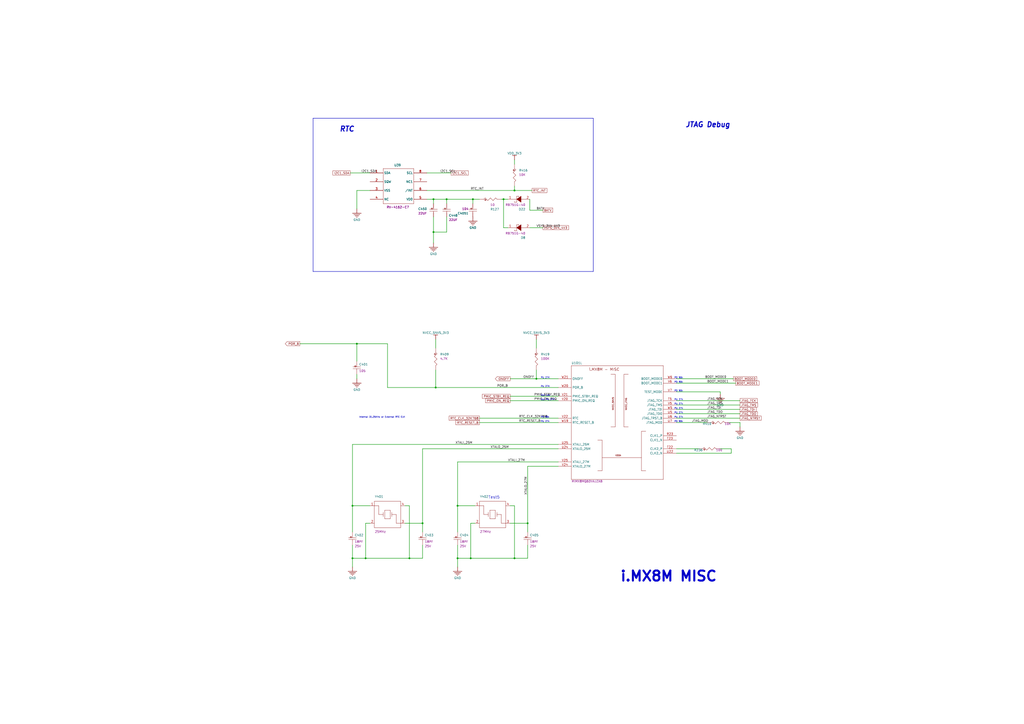
<source format=kicad_sch>
(kicad_sch (version 20250114) (generator "eeschema") (generator_version "9.0")
  (paper "A2")
  (title_block (title "Librem 5 Mainboard") (date "2024-03-21") (rev "v1.0.6.1") (company "Purism SPC") (comment 1 "GNU GPLv3+") (comment 2 "Copyright"))
  (lib_symbols
    (symbol "C-07_CPU_MISC_RTC:GND" (power)
      (property "Reference" "#PWR" (at 0 0 0))
      (property "Value" "GND" (at 0 6.35 0))
      (symbol "GND_0_0"
        (pin power_in line (at 0 0 0) (length 0) (hide yes) (name "GND") (number ""))
      )
    )
    (symbol "C-07_CPU_MISC_RTC:NVCC_SNVS_3V3" (power)
      (property "Reference" "#PWR" (at 0 0 0))
      (property "Value" "NVCC_SNVS_3V3" (at 0 3.81 0))
      (symbol "NVCC_SNVS_3V3_0_0"
        (pin power_in line (at 0 0 0) (length 0) (hide yes) (name "NVCC_SNVS_3V3") (number ""))
      )
    )
    (symbol "C-07_CPU_MISC_RTC:VDD_3V3" (power)
      (property "Reference" "#PWR" (at 0 0 0))
      (property "Value" "VDD_3V3" (at 0 3.81 0))
      (symbol "VDD_3V3_0_0"
        (pin power_in line (at 0 0 0) (length 0) (hide yes) (name "VDD_3V3") (number ""))
      )
    )
    (symbol "C-07_CPU_MISC_RTC:root_0_C0201"
      (symbol "root_0_C0201_1_0"
        (pin passive line (at 2.54 5.08 270) (length 2.54) (name "1") (number "1"))
        (pin passive line (at 2.54 -2.54 90) (length 2.54) (name "2") (number "2"))
      )
    )
    (symbol "C-07_CPU_MISC_RTC:root_0_C0603"
      (symbol "root_0_C0603_1_0"
        (pin passive line (at 2.54 5.08 270) (length 2.54) (name "1") (number "1"))
        (pin passive line (at 2.54 -2.54 90) (length 2.54) (name "2") (number "2"))
      )
    )
    (symbol "C-07_CPU_MISC_RTC:root_0_MIMX8MQ6DVAJZAA_BGA621"
      (symbol "root_0_MIMX8MQ6DVAJZAA_BGA621_1_0"
        (text "i.MX8M - DDR" (at 30.48 164.592 0) (effects (font (size 1.524 1.524)) (justify left bottom)))
        (text "(LPDDR4/DDR4/DDR3)" (at 30.48 153.162 0) (effects (font (size 0.889 0.889)) (justify left bottom)))
        (pin passive line (at -7.62 160.02 0) (length 7.62) (name "DRAM_AC08/CA0_A/A12/A12_/~{_}BC") (number "AD17"))
        (pin passive line (at -7.62 157.48 0) (length 7.62) (name "DRAM_AC09/CA1_A/A11/A11") (number "AE16"))
        (pin passive line (at -7.62 154.94 0) (length 7.62) (name "DRAM_AC10/CA2_A/A7/A7") (number "AD20"))
        (pin passive line (at -7.62 152.4 0) (length 7.62) (name "DRAM_AC11/CA3_A/A8/A8") (number "AE20"))
        (pin passive line (at -7.62 149.86 0) (length 7.62) (name "DRAM_AC12/CA4_A/A6/A6") (number "AD19"))
        (pin passive line (at -7.62 147.32 0) (length 7.62) (name "DRAM_AC13/CA5_A/A5/A5") (number "AE19"))
        (pin passive line (at -7.62 142.24 0) (length 7.62) (name "DRAM_AC02/CS0_A/CS0_N~{/}CS0") (number "AE18"))
        (pin passive line (at -7.62 139.7 0) (length 7.62) (name "DRAM_AC03/CS1_A/C0/") (number "AC18"))
        (pin passive line (at -7.62 134.62 0) (length 7.62) (name "DRAM_AC00/CKE0_A/CKE0/CKE0") (number "AC16"))
        (pin passive line (at -7.62 132.08 0) (length 7.62) (name "DRAM_AC01/CKE1_A/CKE1/CKE1") (number "AE17"))
        (pin passive line (at -7.62 127 0) (length 7.62) (name "DRAM_AC04/CK_T_A/BG0/BA2") (number "AD14"))
        (pin passive line (at -7.62 124.46 0) (length 7.62) (name "DRAM_AC05/CK_C_A/BG1/A14") (number "AE14"))
        (pin passive line (at -7.62 116.84 0) (length 7.62) (name "DRAM_AC14/A4/A4") (number "AB16"))
        (pin passive line (at -7.62 109.22 0) (length 7.62) (name "DRAM_AC32/CA0_B/C2/") (number "AE8"))
        (pin passive line (at -7.62 106.68 0) (length 7.62) (name "DRAM_AC33/CA1_B/CAS_N_/_A15~{/}CAS") (number "AE9"))
        (pin passive line (at -7.62 104.14 0) (length 7.62) (name "DRAM_AC28/CA2_B/A13/A13") (number "AC7"))
        (pin passive line (at -7.62 101.6 0) (length 7.62) (name "DRAM_AC29/CA3_B/BA0/BA0") (number "AE7"))
        (pin passive line (at -7.62 99.06 0) (length 7.62) (name "DRAM_AC30/CA4_B/A10_/_AP/A10_/_AP") (number "AE6"))
        (pin passive line (at -7.62 96.52 0) (length 7.62) (name "DRAM_AC31/CA5_B/A0/A0") (number "AD6"))
        (pin passive line (at -7.62 91.44 0) (length 7.62) (name "DRAM_AC23/CS0_B/") (number "AC9"))
        (pin passive line (at -7.62 88.9 0) (length 7.62) (name "DRAM_AC22/CS1_B/") (number "AD8"))
        (pin passive line (at -7.62 83.82 0) (length 7.62) (name "DRAM_AC20/CKE0_B/CK_T_B/CK_B") (number "AD10"))
        (pin passive line (at -7.62 81.28 0) (length 7.62) (name "DRAM_AC21/CKE1_B/CK_C_B~{/}CK_B") (number "AE10"))
        (pin passive line (at -7.62 76.2 0) (length 7.62) (name "DRAM_AC24/CK_T_B/A2/A2") (number "AD12"))
        (pin passive line (at -7.62 73.66 0) (length 7.62) (name "DRAM_AC25/CK_C_B/A1/A1") (number "AE12"))
        (pin passive line (at -7.62 66.04 0) (length 7.62) (name "DRAM_AC34/WE_N_/_A14~{/}WE") (number "AC10"))
        (pin passive line (at -7.62 55.88 0) (length 7.62) (name "DRAM_AC17/CK_C_A~{/}CK_A") (number "AD15"))
        (pin passive line (at -7.62 53.34 0) (length 7.62) (name "DRAM_AC16/CK_T_A/CK_A") (number "AE15"))
        (pin passive line (at -7.62 50.8 0) (length 7.62) (name "DRAM_AC36/ODT0/ODT0") (number "AC12"))
        (pin passive line (at -7.62 48.26 0) (length 7.62) (name "DRAM_AC37/ODT1/ODT1") (number "AE11"))
        (pin passive line (at -7.62 45.72 0) (length 7.62) (name "DRAM_AC15/A3/A3") (number "AC15"))
        (pin passive line (at -7.62 43.18 0) (length 7.62) (name "DRAM_AC07/A9/A9") (number "AB15"))
        (pin passive line (at -7.62 40.64 0) (length 7.62) (name "DRAM_AC06/ACT_N/A15") (number "AE13"))
        (pin passive line (at -7.62 38.1 0) (length 7.62) (name "DRAM_AC38/CS1_N~{/}CS1") (number "AC11"))
        (pin passive line (at -7.62 35.56 0) (length 7.62) (name "DRAM_AC35/RAS_N_/_A16~{/}RAS") (number "AB10"))
        (pin passive line (at -7.62 33.02 0) (length 7.62) (name "DRAM_AC26/BA1/BA1") (number "AB12"))
        (pin passive line (at -7.62 30.48 0) (length 7.62) (name "DRAM_AC27/PARITY") (number "AA12"))
        (pin passive line (at -7.62 22.86 0) (length 7.62) (name "DRAM_RESET_N/RESET_N/RESET_N~{/}RESET") (number "AB13"))
        (pin passive line (at -7.62 17.78 0) (length 7.62) (name "DRAM_VREF/VREF/VREF/VREF") (number "AA14"))
        (pin passive line (at -7.62 12.7 0) (length 7.62) (name "DRAM_ZN/ZQ/ZQ/ZQ") (number "AA13"))
        (pin passive line (at -7.62 7.62 0) (length 7.62) (name "DRAM_AC19/MTEST/MTEST/MTEST") (number "AB14"))
        (pin passive line (at -7.62 5.08 0) (length 7.62) (name "DRAM_ALERT_N/MTEST1/ALERT_N_/_MTEST1/MTE") (number "AC13"))
        (pin passive line (at 104.14 160.02 180) (length 7.62) (name "DRAM_DQ00/DQ0_A/DQL0_A/DQL0_A") (number "AE23"))
        (pin passive line (at 104.14 157.48 180) (length 7.62) (name "DRAM_DQ01/DQ1_A/DQL1_A/DQL1_A") (number "AD24"))
        (pin passive line (at 104.14 154.94 180) (length 7.62) (name "DRAM_DQ02/DQ2_A/DQL2_A/DQL2_A") (number "AE22"))
        (pin passive line (at 104.14 152.4 180) (length 7.62) (name "DRAM_DQ03/DQ3_A/DQL3_A/DQL3_A") (number "AD22"))
        (pin passive line (at 104.14 149.86 180) (length 7.62) (name "DRAM_DQ04/DQ4_A/DQL4_A/DQL4_A") (number "AA24"))
        (pin passive line (at 104.14 147.32 180) (length 7.62) (name "DRAM_DQ05/DQ5_A/DQL5_A/DQL5_A") (number "Y25"))
        (pin passive line (at 104.14 144.78 180) (length 7.62) (name "DRAM_DQ06/DQ6_A/DQL6_A/DQL6_A") (number "AA25"))
        (pin passive line (at 104.14 142.24 180) (length 7.62) (name "DRAM_DQ07/DQ7_A/DQL7_A/DQL7_A") (number "AB25"))
        (pin passive line (at 104.14 139.7 180) (length 7.62) (name "DRAM_DQ08/DQ08_A/DQU0_A/DQU0_A") (number "AB22"))
        (pin passive line (at 104.14 137.16 180) (length 7.62) (name "DRAM_DQ09/DQ09_A/DQU1_A/DQU1_A") (number "AA22"))
        (pin passive line (at 104.14 134.62 180) (length 7.62) (name "DRAM_DQ10/DQ10_A/DQU2_A/DQU2_A") (number "AA23"))
        (pin passive line (at 104.14 132.08 180) (length 7.62) (name "DRAM_DQ11/DQ11_A/DQU3_A/DQU3_A") (number "AA20"))
        (pin passive line (at 104.14 129.54 180) (length 7.62) (name "DRAM_DQ12/DQ12_A/DQU4_A/DQU4_A") (number "AA18"))
        (pin passive line (at 104.14 127 180) (length 7.62) (name "DRAM_DQ13/DQ13_A/DQU5_A/DQU5_A") (number "AB19"))
        (pin passive line (at 104.14 124.46 180) (length 7.62) (name "DRAM_DQ14/DQ14_A/DQU6_A/DQU6_A") (number "AA19"))
        (pin passive line (at 104.14 121.92 180) (length 7.62) (name "DRAM_DQ15/DQ15_A/DQU7_A/DQU7_A") (number "AA17"))
        (pin passive line (at 104.14 116.84 180) (length 7.62) (name "DRAM_DM0/DMI0_A/DML_N_A_/_DBIL_N_A/DML_A") (number "AD23"))
        (pin passive line (at 104.14 114.3 180) (length 7.62) (name "DRAM_DM1/DMI1_A/DMU_N_A_/_DBIU_N_A/DMU_A") (number "AB20"))
        (pin passive line (at 104.14 109.22 180) (length 7.62) (name "DRAM_DQS0_P/DQS0_T_A/DQSL_T_A/DQSL_A") (number "AC24"))
        (pin passive line (at 104.14 106.68 180) (length 7.62) (name "DRAM_DQS0_N/DQS0_C_A/DQSL_C_A~{/}DQSL_A") (number "AC25"))
        (pin passive line (at 104.14 101.6 180) (length 7.62) (name "DRAM_DQS1_P/DQS1_T_A/DQSU_T_A/DQSU_A") (number "AB21"))
        (pin passive line (at 104.14 99.06 180) (length 7.62) (name "DRAM_DQS1_N/DQS1_C_A/DQSU_C_A~{/}DQSU_A") (number "AC21"))
        (pin passive line (at 104.14 91.44 180) (length 7.62) (name "DRAM_DQ16/DQ0_B/DQL0_B/DQL0_B") (number "AE3"))
        (pin passive line (at 104.14 88.9 180) (length 7.62) (name "DRAM_DQ17/DQ1_B/DQL1_B/DQL1_B") (number "AD2"))
        (pin passive line (at 104.14 86.36 180) (length 7.62) (name "DRAM_DQ18/DQ2_B/DQL2_B/DQL2_B") (number "AE4"))
        (pin passive line (at 104.14 83.82 180) (length 7.62) (name "DRAM_DQ19/DQ3_B/DQL3_B/DQL3_B") (number "AD4"))
        (pin passive line (at 104.14 81.28 180) (length 7.62) (name "DRAM_DQ20/DQ4_B/DQL4_B/DQL4_B") (number "AA2"))
        (pin passive line (at 104.14 78.74 180) (length 7.62) (name "DRAM_DQ21/DQ5_B/DQL5_B/DQL5_B") (number "Y1"))
        (pin passive line (at 104.14 76.2 180) (length 7.62) (name "DRAM_DQ22/DQ6_B/DQL6_B/DQL6_B") (number "AA1"))
        (pin passive line (at 104.14 73.66 180) (length 7.62) (name "DRAM_DQ23/DQ7_B/DQL7_B/DQL7_B") (number "AB1"))
        (pin passive line (at 104.14 71.12 180) (length 7.62) (name "DRAM_DQ24/DQ08_B/DQU0_B/DQU0_B") (number "AB4"))
        (pin passive line (at 104.14 68.58 180) (length 7.62) (name "DRAM_DQ25/DQ09_B/DQU1_B/DQU1_B") (number "AA4"))
        (pin passive line (at 104.14 66.04 180) (length 7.62) (name "DRAM_DQ26/DQ10_B/DQU2_B/DQU2_B") (number "AA3"))
        (pin passive line (at 104.14 63.5 180) (length 7.62) (name "DRAM_DQ27/DQ11_B/DQU3_B/DQU3_B") (number "AA6"))
        (pin passive line (at 104.14 60.96 180) (length 7.62) (name "DRAM_DQ28/DQ12_B/DQU4_B/DQU4_B") (number "AA8"))
        (pin passive line (at 104.14 58.42 180) (length 7.62) (name "DRAM_DQ29/DQ13_B/DQU5_B/DQU5_B") (number "AB7"))
        (pin passive line (at 104.14 55.88 180) (length 7.62) (name "DRAM_DQ30/DQ14_B/DQU6_B/DQU6_B") (number "AA7"))
        (pin passive line (at 104.14 53.34 180) (length 7.62) (name "DRAM_DQ31/DQ15_B/DQU7_B/DQU7_B") (number "AA9"))
        (pin passive line (at 104.14 48.26 180) (length 7.62) (name "DRAM_DM2/DMI0_B/DML_N_B_/_DBIL_N_B/DML_B") (number "AD3"))
        (pin passive line (at 104.14 45.72 180) (length 7.62) (name "DRAM_DM3/DMI1_B/DMU_N_B_/_DBIU_N_B/DMU_B") (number "AB6"))
        (pin passive line (at 104.14 40.64 180) (length 7.62) (name "DRAM_DQS2_P/DQS0_T_B/DQSL_T_B/DQSL_B") (number "AC2"))
        (pin passive line (at 104.14 38.1 180) (length 7.62) (name "DRAM_DQS2_N/DQS0_C_B/DQSL_C_B~{/}DQSL_B") (number "AC1"))
        (pin passive line (at 104.14 33.02 180) (length 7.62) (name "DRAM_DQS3_P/DQS1_T_B/DQSU_T_B/DQSU_B") (number "AB5"))
        (pin passive line (at 104.14 30.48 180) (length 7.62) (name "DRAM_DQS3_N/DQS1_C_B/DQSU_C_B~{/}DQSU_B") (number "AC5"))
      )
      (symbol "root_0_MIMX8MQ6DVAJZAA_BGA621_2_0"
        (text "i.MX8M - USB" (at 5.08 90.932 0) (effects (font (size 1.524 1.524)) (justify left bottom)))
        (text "USB_P0_VDD33" (at 19.558 70.358 900) (effects (font (size 0.889 0.889)) (justify left bottom)))
        (text "USB_P0_VPH" (at 19.558 55.372 900) (effects (font (size 0.889 0.889)) (justify left bottom)))
        (text "USB_P1_VDD33" (at 19.558 22.098 900) (effects (font (size 0.889 0.889)) (justify left bottom)))
        (text "USB_P1_VPH" (at 19.558 7.112 900) (effects (font (size 0.889 0.889)) (justify left bottom)))
        (pin passive line (at 48.26 86.36 180) (length 7.62) (name "USB1_VBUS") (number "D14"))
        (pin passive line (at 48.26 83.82 180) (length 7.62) (name "USB1_DP") (number "A14"))
        (pin passive line (at 48.26 81.28 180) (length 7.62) (name "USB1_DN") (number "B14"))
        (pin passive line (at 48.26 78.74 180) (length 7.62) (name "USB1_ID") (number "C14"))
        (pin passive line (at 48.26 71.12 180) (length 7.62) (name "USB1_TX_P") (number "A13"))
        (pin passive line (at 48.26 68.58 180) (length 7.62) (name "USB1_TX_N") (number "B13"))
        (pin passive line (at 48.26 63.5 180) (length 7.62) (name "USB1_RX_P") (number "A12"))
        (pin passive line (at 48.26 60.96 180) (length 7.62) (name "USB1_RX_N") (number "B12"))
        (pin passive line (at 48.26 55.88 180) (length 7.62) (name "USB1_RESREF") (number "A11"))
        (pin passive line (at 48.26 38.1 180) (length 7.62) (name "USB2_VBUS") (number "D9"))
        (pin passive line (at 48.26 35.56 180) (length 7.62) (name "USB2_DP") (number "A10"))
        (pin passive line (at 48.26 33.02 180) (length 7.62) (name "USB2_DN") (number "B10"))
        (pin passive line (at 48.26 30.48 180) (length 7.62) (name "USB2_ID") (number "C9"))
        (pin passive line (at 48.26 22.86 180) (length 7.62) (name "USB2_TX_P") (number "A9"))
        (pin passive line (at 48.26 20.32 180) (length 7.62) (name "USB2_TX_N") (number "B9"))
        (pin passive line (at 48.26 15.24 180) (length 7.62) (name "USB2_RX_P") (number "A8"))
        (pin passive line (at 48.26 12.7 180) (length 7.62) (name "USB2_RX_N") (number "B8"))
        (pin passive line (at 48.26 7.62 180) (length 7.62) (name "USB2_RESREF") (number "B11"))
      )
      (symbol "root_0_MIMX8MQ6DVAJZAA_BGA621_3_0"
        (text "i.MX8M - PCIe" (at 5.08 62.992 0) (effects (font (size 1.524 1.524)) (justify left bottom)))
        (text "PCIE0_VPH" (at 11.938 42.164 900) (effects (font (size 0.889 0.889)) (justify left bottom)))
        (text "PCIE1_VPH" (at 11.938 14.224 900) (effects (font (size 0.889 0.889)) (justify left bottom)))
        (pin passive line (at 48.26 58.42 180) (length 7.62) (name "PCIE1_TXN_P") (number "J25"))
        (pin passive line (at 48.26 55.88 180) (length 7.62) (name "PCIE1_TXN_N") (number "J24"))
        (pin passive line (at 48.26 50.8 180) (length 7.62) (name "PCIE1_RXN_P") (number "H25"))
        (pin passive line (at 48.26 48.26 180) (length 7.62) (name "PCIE1_RXN_N") (number "H24"))
        (pin passive line (at 48.26 43.18 180) (length 7.62) (name "PCIE1_REF_PAD_CLK_P") (number "K25"))
        (pin passive line (at 48.26 40.64 180) (length 7.62) (name "PCIE1_REF_PAD_CLK_N") (number "K24"))
        (pin passive line (at 48.26 35.56 180) (length 7.62) (name "PCIE1_RESREF") (number "G25"))
        (pin passive line (at 48.26 30.48 180) (length 7.62) (name "PCIE2_TXN_P") (number "E25"))
        (pin passive line (at 48.26 27.94 180) (length 7.62) (name "PCIE2_TXN_N") (number "E24"))
        (pin passive line (at 48.26 22.86 180) (length 7.62) (name "PCIE2_RXN_P") (number "D25"))
        (pin passive line (at 48.26 20.32 180) (length 7.62) (name "PCIE2_RXN_N") (number "D24"))
        (pin passive line (at 48.26 15.24 180) (length 7.62) (name "PCIE2_REF_PAD_CLK_P") (number "F25"))
        (pin passive line (at 48.26 12.7 180) (length 7.62) (name "PCIE2_REF_PAD_CLK_N") (number "F24"))
        (pin passive line (at 48.26 7.62 180) (length 7.62) (name "PCIE2_RESREF") (number "C25"))
      )
      (symbol "root_0_MIMX8MQ6DVAJZAA_BGA621_4_0"
        (text "i.MX8M - DSI" (at 7.62 52.832 0) (effects (font (size 1.524 1.524)) (justify left bottom)))
        (text "DSI_VDDHA" (at 19.558 24.892 900) (effects (font (size 0.889 0.889)) (justify left bottom)))
        (pin passive line (at 48.26 48.26 180) (length 7.62) (name "MIPI_DSI_CLK_P") (number "D16"))
        (pin passive line (at 48.26 45.72 180) (length 7.62) (name "MIPI_DSI_CLK_N") (number "C16"))
        (pin passive line (at 48.26 40.64 180) (length 7.62) (name "MIPI_DSI_D0_P") (number "B17"))
        (pin passive line (at 48.26 38.1 180) (length 7.62) (name "MIPI_DSI_D0_N") (number "A17"))
        (pin passive line (at 48.26 33.02 180) (length 7.62) (name "MIPI_DSI_D1_P") (number "B16"))
        (pin passive line (at 48.26 30.48 180) (length 7.62) (name "MIPI_DSI_D1_N") (number "A16"))
        (pin passive line (at 48.26 25.4 180) (length 7.62) (name "MIPI_DSI_D2_P") (number "B18"))
        (pin passive line (at 48.26 22.86 180) (length 7.62) (name "MIPI_DSI_D2_N") (number "A18"))
        (pin passive line (at 48.26 17.78 180) (length 7.62) (name "MIPI_DSI_D3_P") (number "B15"))
        (pin passive line (at 48.26 15.24 180) (length 7.62) (name "MIPI_DSI_D3_N") (number "A15"))
        (pin passive line (at 48.26 10.16 180) (length 7.62) (name "MIPI_DSI_REXT") (number "C17"))
      )
      (symbol "root_0_MIMX8MQ6DVAJZAA_BGA621_5_0"
        (text "i.MX8M - CSI" (at 7.62 85.852 0) (effects (font (size 1.524 1.524)) (justify left bottom)))
        (text "CSI_P1_VDDHA" (at 17.018 52.578 900) (effects (font (size 0.889 0.889)) (justify left bottom)))
        (text "CSI_P2_VDDHA" (at 17.018 9.398 900) (effects (font (size 0.889 0.889)) (justify left bottom)))
        (pin passive line (at 48.26 81.28 180) (length 7.62) (name "MIPI_CSI1_CLK_P") (number "B22"))
        (pin passive line (at 48.26 78.74 180) (length 7.62) (name "MIPI_CSI1_CLK_N") (number "A22"))
        (pin passive line (at 48.26 73.66 180) (length 7.62) (name "MIPI_CSI1_D0_P") (number "B23"))
        (pin passive line (at 48.26 71.12 180) (length 7.62) (name "MIPI_CSI1_D0_N") (number "A23"))
        (pin passive line (at 48.26 66.04 180) (length 7.62) (name "MIPI_CSI1_D1_P") (number "D22"))
        (pin passive line (at 48.26 63.5 180) (length 7.62) (name "MIPI_CSI1_D1_N") (number "C22"))
        (pin passive line (at 48.26 58.42 180) (length 7.62) (name "MIPI_CSI1_D2_P") (number "C23"))
        (pin passive line (at 48.26 55.88 180) (length 7.62) (name "MIPI_CSI1_D2_N") (number "B24"))
        (pin passive line (at 48.26 50.8 180) (length 7.62) (name "MIPI_CSI1_D3_P") (number "D21"))
        (pin passive line (at 48.26 48.26 180) (length 7.62) (name "MIPI_CSI1_D3_N") (number "C21"))
        (pin passive line (at 48.26 38.1 180) (length 7.62) (name "MIPI_CSI2_CLK_P") (number "B19"))
        (pin passive line (at 48.26 35.56 180) (length 7.62) (name "MIPI_CSI2_CLK_N") (number "A19"))
        (pin passive line (at 48.26 30.48 180) (length 7.62) (name "MIPI_CSI2_D0_P") (number "D20"))
        (pin passive line (at 48.26 27.94 180) (length 7.62) (name "MIPI_CSI2_D0_N") (number "C20"))
        (pin passive line (at 48.26 22.86 180) (length 7.62) (name "MIPI_CSI2_D1_P") (number "B20"))
        (pin passive line (at 48.26 20.32 180) (length 7.62) (name "MIPI_CSI2_D1_N") (number "A20"))
        (pin passive line (at 48.26 15.24 180) (length 7.62) (name "MIPI_CSI2_D2_P") (number "B21"))
        (pin passive line (at 48.26 12.7 180) (length 7.62) (name "MIPI_CSI2_D2_N") (number "A21"))
        (pin passive line (at 48.26 7.62 180) (length 7.62) (name "MIPI_CSI2_D3_P") (number "D19"))
        (pin passive line (at 48.26 5.08 180) (length 7.62) (name "MIPI_CSI2_D3_N") (number "C19"))
      )
      (symbol "root_0_MIMX8MQ6DVAJZAA_BGA621_6_0"
        (text "i.MX8M - HDMI" (at 2.54 75.692 0) (effects (font (size 1.524 1.524)) (justify left bottom)))
        (text "HDMI_AVDDIO" (at 17.018 34.798 900) (effects (font (size 0.889 0.889)) (justify left bottom)))
        (pin passive line (at 48.26 71.12 180) (length 7.62) (name "HDMI_DDC_SCL") (number "R3"))
        (pin passive line (at 48.26 68.58 180) (length 7.62) (name "HDMI_DDC_SDA") (number "P3"))
        (pin passive line (at 48.26 63.5 180) (length 7.62) (name "HDMI_HPD") (number "W2"))
        (pin passive line (at 48.26 58.42 180) (length 7.62) (name "HDMI_CEC") (number "W3"))
        (pin passive line (at 48.26 50.8 180) (length 7.62) (name "HDMI_REFCLK_P") (number "R2"))
        (pin passive line (at 48.26 48.26 180) (length 7.62) (name "HDMI_REFCLK_N") (number "R1"))
        (pin passive line (at 48.26 43.18 180) (length 7.62) (name "HDMI_TX_M_LN_0") (number "T2"))
        (pin passive line (at 48.26 40.64 180) (length 7.62) (name "HDMI_TX_P_LN_0") (number "T1"))
        (pin passive line (at 48.26 35.56 180) (length 7.62) (name "HDMI_TX_M_LN_1") (number "U1"))
        (pin passive line (at 48.26 33.02 180) (length 7.62) (name "HDMI_TX_P_LN_1") (number "U2"))
        (pin passive line (at 48.26 27.94 180) (length 7.62) (name "HDMI_TX_M_LN_2") (number "N1"))
        (pin passive line (at 48.26 25.4 180) (length 7.62) (name "HDMI_TX_P_LN_2") (number "N2"))
        (pin passive line (at 48.26 20.32 180) (length 7.62) (name "HDMI_TX_M_LN_3") (number "M2"))
        (pin passive line (at 48.26 17.78 180) (length 7.62) (name "HDMI_TX_P_LN_3") (number "M1"))
        (pin passive line (at 48.26 12.7 180) (length 7.62) (name "HDMI_AUX_P") (number "V1"))
        (pin passive line (at 48.26 10.16 180) (length 7.62) (name "HDMI_AUX_N") (number "V2"))
        (pin passive line (at 48.26 5.08 180) (length 7.62) (name "HDMI_REXT") (number "P1"))
      )
      (symbol "root_0_MIMX8MQ6DVAJZAA_BGA621_7_0"
        (text "i.MX8M - SAI" (at 12.7 96.012 0) (effects (font (size 1.524 1.524)) (justify left bottom)))
        (text "NVCC_SAI5" (at 24.13 86.36 900) (effects (font (size 0.889 0.889)) (justify left bottom)))
        (text "NVCC_SAI3" (at 24.13 55.88 900) (effects (font (size 0.889 0.889)) (justify left bottom)))
        (text "NVCC_SAI1" (at 32.512 51.816 900) (effects (font (size 0.889 0.889)) (justify left bottom)))
        (text "NVCC_SAI2" (at 32.512 8.636 900) (effects (font (size 0.889 0.889)) (justify left bottom)))
        (pin passive line (at -7.62 91.44 0) (length 7.62) (name "SAI5_MCLK") (number "K4"))
        (pin passive line (at -7.62 86.36 0) (length 7.62) (name "SAI5_RXFS") (number "N4"))
        (pin passive line (at -7.62 83.82 0) (length 7.62) (name "SAI5_RXC") (number "L5"))
        (pin passive line (at -7.62 78.74 0) (length 7.62) (name "SAI5_RXD0") (number "M5"))
        (pin passive line (at -7.62 76.2 0) (length 7.62) (name "SAI5_RXD1") (number "L4"))
        (pin passive line (at -7.62 73.66 0) (length 7.62) (name "SAI5_RXD2") (number "M4"))
        (pin passive line (at -7.62 71.12 0) (length 7.62) (name "SAI5_RXD3") (number "K5"))
        (pin passive line (at -7.62 66.04 0) (length 7.62) (name "SAI3_MCLK") (number "D3"))
        (pin passive line (at -7.62 60.96 0) (length 7.62) (name "SAI3_TXFS") (number "G3"))
        (pin passive line (at -7.62 58.42 0) (length 7.62) (name "SAI3_TXC") (number "C4"))
        (pin passive line (at -7.62 55.88 0) (length 7.62) (name "SAI3_TXD") (number "C3"))
        (pin passive line (at -7.62 50.8 0) (length 7.62) (name "SAI3_RXFS") (number "G4"))
        (pin passive line (at -7.62 48.26 0) (length 7.62) (name "SAI3_RXC") (number "F4"))
        (pin passive line (at -7.62 45.72 0) (length 7.62) (name "SAI3_RXD") (number "F3"))
        (pin passive line (at -7.62 40.64 0) (length 7.62) (name "SPDIF_TX") (number "F6"))
        (pin passive line (at -7.62 38.1 0) (length 7.62) (name "SPDIF_RX") (number "G6"))
        (pin passive line (at -7.62 35.56 0) (length 7.62) (name "SPDIF_EXT_CLK") (number "E6"))
        (pin passive line (at 60.96 91.44 180) (length 7.62) (name "SAI1_MCLK") (number "A3"))
        (pin passive line (at 60.96 86.36 180) (length 7.62) (name "SAI1_TXFS") (number "H1"))
        (pin passive line (at 60.96 83.82 180) (length 7.62) (name "SAI1_TXC") (number "E1"))
        (pin passive line (at 60.96 78.74 180) (length 7.62) (name "SAI1_TXD0") (number "F2"))
        (pin passive line (at 60.96 76.2 180) (length 7.62) (name "SAI1_TXD1") (number "E2"))
        (pin passive line (at 60.96 73.66 180) (length 7.62) (name "SAI1_TXD2") (number "B2"))
        (pin passive line (at 60.96 71.12 180) (length 7.62) (name "SAI1_TXD3") (number "D1"))
        (pin passive line (at 60.96 68.58 180) (length 7.62) (name "SAI1_TXD4") (number "D2"))
        (pin passive line (at 60.96 66.04 180) (length 7.62) (name "SAI1_TXD5") (number "C2"))
        (pin passive line (at 60.96 63.5 180) (length 7.62) (name "SAI1_TXD6") (number "B3"))
        (pin passive line (at 60.96 60.96 180) (length 7.62) (name "SAI1_TXD7") (number "C1"))
        (pin passive line (at 60.96 55.88 180) (length 7.62) (name "SAI1_RXFS") (number "L1"))
        (pin passive line (at 60.96 53.34 180) (length 7.62) (name "SAI1_RXC") (number "K1"))
        (pin passive line (at 60.96 48.26 180) (length 7.62) (name "SAI1_RXD0") (number "K2"))
        (pin passive line (at 60.96 45.72 180) (length 7.62) (name "SAI1_RXD1") (number "L2"))
        (pin passive line (at 60.96 43.18 180) (length 7.62) (name "SAI1_RXD2") (number "H2"))
        (pin passive line (at 60.96 40.64 180) (length 7.62) (name "SAI1_RXD3") (number "J2"))
        (pin passive line (at 60.96 38.1 180) (length 7.62) (name "SAI1_RXD4") (number "J1"))
        (pin passive line (at 60.96 35.56 180) (length 7.62) (name "SAI1_RXD5") (number "F1"))
        (pin passive line (at 60.96 33.02 180) (length 7.62) (name "SAI1_RXD6") (number "G2"))
        (pin passive line (at 60.96 30.48 180) (length 7.62) (name "SAI1_RXD7") (number "G1"))
        (pin passive line (at 60.96 25.4 180) (length 7.62) (name "SAI2_MCLK") (number "H5"))
        (pin passive line (at 60.96 20.32 180) (length 7.62) (name "SAI2_TXFS") (number "H4"))
        (pin passive line (at 60.96 17.78 180) (length 7.62) (name "SAI2_TXC") (number "J5"))
        (pin passive line (at 60.96 15.24 180) (length 7.62) (name "SAI2_TXD0") (number "G5"))
        (pin passive line (at 60.96 10.16 180) (length 7.62) (name "SAI2_RXFS") (number "J4"))
        (pin passive line (at 60.96 7.62 180) (length 7.62) (name "SAI2_RXC") (number "H3"))
        (pin passive line (at 60.96 5.08 180) (length 7.62) (name "SAI2_RXD0") (number "H6"))
      )
      (symbol "root_0_MIMX8MQ6DVAJZAA_BGA621_8_0"
        (text "i.MX8M - NAND" (at 2.54 62.992 0) (effects (font (size 1.524 1.524)) (justify left bottom)))
        (text "NVCC_NAND" (at 14.478 27.432 900) (effects (font (size 0.889 0.889)) (justify left bottom)))
        (pin passive line (at 45.72 58.42 180) (length 7.62) (name "NAND_CE0_B") (number "H19"))
        (pin passive line (at 45.72 55.88 180) (length 7.62) (name "NAND_CE1_B") (number "G21"))
        (pin passive line (at 45.72 53.34 180) (length 7.62) (name "NAND_CE2_B") (number "F21"))
        (pin passive line (at 45.72 50.8 180) (length 7.62) (name "NAND_CE3_B") (number "H20"))
        (pin passive line (at 45.72 45.72 180) (length 7.62) (name "NAND_ALE") (number "G19"))
        (pin passive line (at 45.72 43.18 180) (length 7.62) (name "NAND_CLE") (number "H21"))
        (pin passive line (at 45.72 40.64 180) (length 7.62) (name "NAND_RE_B") (number "K19"))
        (pin passive line (at 45.72 38.1 180) (length 7.62) (name "NAND_WE_B") (number "K22"))
        (pin passive line (at 45.72 35.56 180) (length 7.62) (name "NAND_WP_B") (number "K21"))
        (pin passive line (at 45.72 33.02 180) (length 7.62) (name "NAND_READY_B") (number "K20"))
        (pin passive line (at 45.72 27.94 180) (length 7.62) (name "NAND_DQS") (number "M20"))
        (pin passive line (at 45.72 22.86 180) (length 7.62) (name "NAND_DATA00") (number "G20"))
        (pin passive line (at 45.72 20.32 180) (length 7.62) (name "NAND_DATA01") (number "J20"))
        (pin passive line (at 45.72 17.78 180) (length 7.62) (name "NAND_DATA02") (number "H22"))
        (pin passive line (at 45.72 15.24 180) (length 7.62) (name "NAND_DATA03") (number "J21"))
        (pin passive line (at 45.72 12.7 180) (length 7.62) (name "NAND_DATA04") (number "L20"))
        (pin passive line (at 45.72 10.16 180) (length 7.62) (name "NAND_DATA05") (number "J22"))
        (pin passive line (at 45.72 7.62 180) (length 7.62) (name "NAND_DATA06") (number "L19"))
        (pin passive line (at 45.72 5.08 180) (length 7.62) (name "NAND_DATA07") (number "M19"))
      )
      (symbol "root_0_MIMX8MQ6DVAJZAA_BGA621_9_0"
        (text "i.MX8M - SD" (at 10.16 42.672 0) (effects (font (size 1.524 1.524)) (justify left bottom)))
        (text "NVCC_SD1" (at 16.256 27.94 900) (effects (font (size 0.889 0.889)) (justify left bottom)))
        (text "NVCC_SD2" (at 27.178 17.272 900) (effects (font (size 0.889 0.889)) (justify left bottom)))
        (pin passive line (at -7.62 38.1 0) (length 7.62) (name "SD1_CLK") (number "L25"))
        (pin passive line (at -7.62 35.56 0) (length 7.62) (name "SD1_CMD") (number "L24"))
        (pin passive line (at -7.62 30.48 0) (length 7.62) (name "SD1_DATA0") (number "M25"))
        (pin passive line (at -7.62 27.94 0) (length 7.62) (name "SD1_DATA1") (number "M24"))
        (pin passive line (at -7.62 25.4 0) (length 7.62) (name "SD1_DATA2") (number "N25"))
        (pin passive line (at -7.62 22.86 0) (length 7.62) (name "SD1_DATA3") (number "P25"))
        (pin passive line (at -7.62 20.32 0) (length 7.62) (name "SD1_DATA4") (number "N24"))
        (pin passive line (at -7.62 17.78 0) (length 7.62) (name "SD1_DATA5") (number "P24"))
        (pin passive line (at -7.62 15.24 0) (length 7.62) (name "SD1_DATA6") (number "R25"))
        (pin passive line (at -7.62 12.7 0) (length 7.62) (name "SD1_DATA7") (number "T25"))
        (pin passive line (at -7.62 7.62 0) (length 7.62) (name "SD1_RESET_B") (number "R24"))
        (pin passive line (at -7.62 5.08 0) (length 7.62) (name "SD1_STROBE") (number "T24"))
        (pin passive line (at 50.8 38.1 180) (length 7.62) (name "SD2_CLK") (number "L22"))
        (pin passive line (at 50.8 35.56 180) (length 7.62) (name "SD2_CMD") (number "M22"))
        (pin passive line (at 50.8 30.48 180) (length 7.62) (name "SD2_DATA0") (number "N22"))
        (pin passive line (at 50.8 27.94 180) (length 7.62) (name "SD2_DATA1") (number "N21"))
        (pin passive line (at 50.8 25.4 180) (length 7.62) (name "SD2_DATA2") (number "P22"))
        (pin passive line (at 50.8 22.86 180) (length 7.62) (name "SD2_DATA3") (number "P21"))
        (pin passive line (at 50.8 17.78 180) (length 7.62) (name "SD2_WP") (number "M21"))
        (pin passive line (at 50.8 15.24 180) (length 7.62) (name "SD2_CD_B") (number "L21"))
        (pin passive line (at 50.8 12.7 180) (length 7.62) (name "SD2_RESET_B") (number "R22"))
      )
      (symbol "root_0_MIMX8MQ6DVAJZAA_BGA621_10_0"
        (text "i.MX8M - eNET" (at 2.54 52.832 0) (effects (font (size 1.524 1.524)) (justify left bottom)))
        (text "NVCC_ENET" (at 19.558 22.098 900) (effects (font (size 0.889 0.889)) (justify left bottom)))
        (pin passive line (at 45.72 45.72 180) (length 7.62) (name "ENET_MDC") (number "N20"))
        (pin passive line (at 45.72 43.18 180) (length 7.62) (name "ENET_MDIO") (number "N19"))
        (pin passive line (at 45.72 38.1 180) (length 7.62) (name "ENET_TX_CTL") (number "P19"))
        (pin passive line (at 45.72 35.56 180) (length 7.62) (name "ENET_TXC") (number "T19"))
        (pin passive line (at 45.72 33.02 180) (length 7.62) (name "ENET_TD0") (number "R20"))
        (pin passive line (at 45.72 30.48 180) (length 7.62) (name "ENET_TD1") (number "R21"))
        (pin passive line (at 45.72 27.94 180) (length 7.62) (name "ENET_TD2") (number "R19"))
        (pin passive line (at 45.72 25.4 180) (length 7.62) (name "ENET_TD3") (number "P20"))
        (pin passive line (at 45.72 20.32 180) (length 7.62) (name "ENET_RX_CTL") (number "T21"))
        (pin passive line (at 45.72 17.78 180) (length 7.62) (name "ENET_RXC") (number "T20"))
        (pin passive line (at 45.72 15.24 180) (length 7.62) (name "ENET_RD0") (number "U19"))
        (pin passive line (at 45.72 12.7 180) (length 7.62) (name "ENET_RD1") (number "U21"))
        (pin passive line (at 45.72 10.16 180) (length 7.62) (name "ENET_RD2") (number "U20"))
        (pin passive line (at 45.72 7.62 180) (length 7.62) (name "ENET_RD3") (number "V19"))
      )
      (symbol "root_0_MIMX8MQ6DVAJZAA_BGA621_11_0"
        (text "NVCC_UART" (at 13.716 60.96 900) (effects (font (size 0.889 0.889)) (justify left bottom)))
        (text "NVCC_I2C" (at 13.716 30.48 900) (effects (font (size 0.889 0.889)) (justify left bottom)))
        (text "NVCC_ECSPI" (at 24.638 47.244 900) (effects (font (size 0.889 0.889)) (justify left bottom)))
        (text "NVCC_GPIO1" (at 24.638 17.272 900) (effects (font (size 0.889 0.889)) (justify left bottom)))
        (pin passive line (at -7.62 68.58 0) (length 7.62) (name "UART1_RXD") (number "C7"))
        (pin passive line (at -7.62 66.04 0) (length 7.62) (name "UART1_TXD") (number "A7"))
        (pin passive line (at -7.62 60.96 0) (length 7.62) (name "UART2_RXD") (number "B6"))
        (pin passive line (at -7.62 58.42 0) (length 7.62) (name "UART2_TXD") (number "D6"))
        (pin passive line (at -7.62 53.34 0) (length 7.62) (name "UART3_RXD") (number "A6"))
        (pin passive line (at -7.62 50.8 0) (length 7.62) (name "UART3_TXD") (number "B7"))
        (pin passive line (at -7.62 45.72 0) (length 7.62) (name "UART4_RXD") (number "C6"))
        (pin passive line (at -7.62 43.18 0) (length 7.62) (name "UART4_TXD") (number "D7"))
        (pin passive line (at -7.62 38.1 0) (length 7.62) (name "I2C1_SCL") (number "E7"))
        (pin passive line (at -7.62 35.56 0) (length 7.62) (name "I2C1_SDA") (number "E8"))
        (pin passive line (at -7.62 30.48 0) (length 7.62) (name "I2C2_SCL") (number "G7"))
        (pin passive line (at -7.62 27.94 0) (length 7.62) (name "I2C2_SDA") (number "F7"))
        (pin passive line (at -7.62 22.86 0) (length 7.62) (name "I2C3_SCL") (number "G8"))
        (pin passive line (at -7.62 20.32 0) (length 7.62) (name "I2C3_SDA") (number "E9"))
        (pin passive line (at -7.62 15.24 0) (length 7.62) (name "I2C4_SCL") (number "F8"))
        (pin passive line (at -7.62 12.7 0) (length 7.62) (name "I2C4_SDA") (number "F9"))
        (pin passive line (at 50.8 68.58 180) (length 7.62) (name "ECSPI1_SS0") (number "D4"))
        (pin passive line (at 50.8 66.04 180) (length 7.62) (name "ECSPI1_MOSI") (number "A4"))
        (pin passive line (at 50.8 63.5 180) (length 7.62) (name "ECSPI1_MISO") (number "B4"))
        (pin passive line (at 50.8 60.96 180) (length 7.62) (name "ECSPI1_SCLK") (number "D5"))
        (pin passive line (at 50.8 55.88 180) (length 7.62) (name "ECSPI2_SS0") (number "A5"))
        (pin passive line (at 50.8 53.34 180) (length 7.62) (name "ECSPI2_MOSI") (number "E5"))
        (pin passive line (at 50.8 50.8 180) (length 7.62) (name "ECSPI2_MISO") (number "B5"))
        (pin passive line (at 50.8 48.26 180) (length 7.62) (name "ECSPI2_SCLK") (number "C5"))
        (pin passive line (at 50.8 43.18 180) (length 7.62) (name "GPIO1_IO00") (number "T6"))
        (pin passive line (at 50.8 40.64 180) (length 7.62) (name "GPIO1_IO01") (number "T7"))
        (pin passive line (at 50.8 38.1 180) (length 7.62) (name "GPIO1_IO02") (number "R4"))
        (pin passive line (at 50.8 35.56 180) (length 7.62) (name "GPIO1_IO03") (number "P4"))
        (pin passive line (at 50.8 33.02 180) (length 7.62) (name "GPIO1_IO04") (number "P5"))
        (pin passive line (at 50.8 30.48 180) (length 7.62) (name "GPIO1_IO05") (number "P7"))
        (pin passive line (at 50.8 27.94 180) (length 7.62) (name "GPIO1_IO06") (number "N5"))
        (pin passive line (at 50.8 25.4 180) (length 7.62) (name "GPIO1_IO07") (number "N6"))
        (pin passive line (at 50.8 22.86 180) (length 7.62) (name "GPIO1_IO08") (number "N7"))
        (pin passive line (at 50.8 20.32 180) (length 7.62) (name "GPIO1_IO09") (number "M6"))
        (pin passive line (at 50.8 17.78 180) (length 7.62) (name "GPIO1_IO10") (number "M7"))
        (pin passive line (at 50.8 15.24 180) (length 7.62) (name "GPIO1_IO11") (number "L6"))
        (pin passive line (at 50.8 12.7 180) (length 7.62) (name "GPIO1_IO12") (number "L7"))
        (pin passive line (at 50.8 10.16 180) (length 7.62) (name "GPIO1_IO13") (number "K6"))
        (pin passive line (at 50.8 7.62 180) (length 7.62) (name "GPIO1_IO14") (number "K7"))
        (pin passive line (at 50.8 5.08 180) (length 7.62) (name "GPIO1_IO15") (number "J6"))
      )
      (symbol "root_0_MIMX8MQ6DVAJZAA_BGA621_12_0"
        (text "i.MX8M - MISC" (at 10.16 62.992 0) (effects (font (size 1.524 1.524)) (justify left bottom)))
        (text "NVCC_SNVS" (at 24.638 40.132 900) (effects (font (size 0.889 0.889)) (justify left bottom)))
        (text "VDDA" (at 25.4 13.462 0) (effects (font (size 0.889 0.889)) (justify left bottom)))
        (text "NVCC_JTAG" (at 32.258 40.132 900) (effects (font (size 0.889 0.889)) (justify left bottom)))
        (pin passive line (at -7.62 58.42 0) (length 7.62) (name "ONOFF") (number "W21"))
        (pin passive line (at -7.62 53.34 0) (length 7.62) (name "POR_B") (number "W20"))
        (pin passive line (at -7.62 48.26 0) (length 7.62) (name "PMIC_STBY_REQ") (number "V21"))
        (pin passive line (at -7.62 45.72 0) (length 7.62) (name "PMIC_ON_REQ") (number "V20"))
        (pin passive line (at -7.62 35.56 0) (length 7.62) (name "RTC") (number "V22"))
        (pin passive line (at -7.62 33.02 0) (length 7.62) (name "RTC_RESET_B") (number "W19"))
        (pin passive line (at -7.62 20.32 0) (length 7.62) (name "XTALI_25M") (number "U25"))
        (pin passive line (at -7.62 17.78 0) (length 7.62) (name "XTALO_25M") (number "U24"))
        (pin passive line (at -7.62 10.16 0) (length 7.62) (name "XTALI_27M") (number "V25"))
        (pin passive line (at -7.62 7.62 0) (length 7.62) (name "XTALO_27M") (number "V24"))
        (pin passive line (at 60.96 58.42 180) (length 7.62) (name "BOOT_MODE0") (number "W6"))
        (pin passive line (at 60.96 55.88 180) (length 7.62) (name "BOOT_MODE1") (number "V6"))
        (pin passive line (at 60.96 50.8 180) (length 7.62) (name "TEST_MODE") (number "V7"))
        (pin passive line (at 60.96 45.72 180) (length 7.62) (name "JTAG_TCK") (number "T5"))
        (pin passive line (at 60.96 43.18 180) (length 7.62) (name "JTAG_TMS") (number "V5"))
        (pin passive line (at 60.96 40.64 180) (length 7.62) (name "JTAG_TDI") (number "W5"))
        (pin passive line (at 60.96 38.1 180) (length 7.62) (name "JTAG_TDO") (number "U5"))
        (pin passive line (at 60.96 35.56 180) (length 7.62) (name "JTAG_TRST_B") (number "U6"))
        (pin passive line (at 60.96 33.02 180) (length 7.62) (name "JTAG_MOD") (number "U7"))
        (pin passive line (at 60.96 25.4 180) (length 7.62) (name "CLK1_P") (number "R23"))
        (pin passive line (at 60.96 22.86 180) (length 7.62) (name "CLK1_N") (number "T23"))
        (pin passive line (at 60.96 17.78 180) (length 7.62) (name "CLK2_P") (number "T22"))
        (pin passive line (at 60.96 15.24 180) (length 7.62) (name "CLK2_N") (number "U22"))
      )
      (symbol "root_0_MIMX8MQ6DVAJZAA_BGA621_13_0"
        (pin power_in line (at -7.62 292.1 0) (length 7.62) (name "NVCC_SNVS") (number "W18"))
        (pin power_in line (at -7.62 289.56 0) (length 7.62) (name "VDD_SNVS") (number "R18"))
        (pin power_in line (at -7.62 284.48 0) (length 7.62) (name "VDD_SOC1") (number "R8"))
        (pin power_in line (at -7.62 281.94 0) (length 7.62) (name "VDD_SOC2") (number "R9"))
        (pin power_in line (at -7.62 279.4 0) (length 7.62) (name "VDD_SOC3") (number "R10"))
        (pin power_in line (at -7.62 276.86 0) (length 7.62) (name "VDD_SOC4") (number "R11"))
        (pin power_in line (at -7.62 274.32 0) (length 7.62) (name "VDD_SOC5") (number "R12"))
        (pin power_in line (at -7.62 271.78 0) (length 7.62) (name "VDD_SOC6") (number "R13"))
        (pin power_in line (at -7.62 269.24 0) (length 7.62) (name "VDD_SOC7") (number "R14"))
        (pin power_in line (at -7.62 266.7 0) (length 7.62) (name "VDD_SOC8") (number "R15"))
        (pin power_in line (at -7.62 264.16 0) (length 7.62) (name "VDD_SOC9") (number "R16"))
        (pin power_in line (at -7.62 261.62 0) (length 7.62) (name "VDD_SOC10") (number "T8"))
        (pin power_in line (at -7.62 259.08 0) (length 7.62) (name "VDD_SOC11") (number "K12"))
        (pin power_in line (at -7.62 256.54 0) (length 7.62) (name "VDD_SOC12") (number "L12"))
        (pin power_in line (at -7.62 254 0) (length 7.62) (name "VDD_SOC13") (number "M12"))
        (pin power_in line (at -7.62 251.46 0) (length 7.62) (name "VDD_SOC14") (number "P16"))
        (pin power_in line (at -7.62 248.92 0) (length 7.62) (name "VDD_SOC15") (number "P12"))
        (pin power_in line (at -7.62 246.38 0) (length 7.62) (name "VDD_SOC16") (number "P15"))
        (pin power_in line (at -7.62 243.84 0) (length 7.62) (name "VDD_SOC17") (number "L13"))
        (pin power_in line (at -7.62 241.3 0) (length 7.62) (name "VDD_SOC18") (number "M13"))
        (pin power_in line (at -7.62 238.76 0) (length 7.62) (name "VDD_SOC19") (number "N13"))
        (pin power_in line (at -7.62 236.22 0) (length 7.62) (name "VDD_SOC20") (number "P13"))
        (pin power_in line (at -7.62 233.68 0) (length 7.62) (name "VDD_SOC21") (number "T17"))
        (pin power_in line (at -7.62 228.6 0) (length 7.62) (name "VDDA_0P9") (number "V18"))
        (pin power_in line (at -7.62 220.98 0) (length 7.62) (name "VDD_ARM1") (number "G15"))
        (pin power_in line (at -7.62 218.44 0) (length 7.62) (name "VDD_ARM2") (number "H15"))
        (pin power_in line (at -7.62 215.9 0) (length 7.62) (name "VDD_ARM3") (number "J15"))
        (pin power_in line (at -7.62 213.36 0) (length 7.62) (name "VDD_ARM4") (number "K15"))
        (pin power_in line (at -7.62 210.82 0) (length 7.62) (name "VDD_ARM5") (number "L15"))
        (pin power_in line (at -7.62 208.28 0) (length 7.62) (name "VDD_ARM6") (number "M15"))
        (pin power_in line (at -7.62 205.74 0) (length 7.62) (name "VDD_ARM7") (number "G16"))
        (pin power_in line (at -7.62 203.2 0) (length 7.62) (name "VDD_ARM8") (number "H16"))
        (pin power_in line (at -7.62 200.66 0) (length 7.62) (name "VDD_ARM9") (number "J16"))
        (pin power_in line (at -7.62 198.12 0) (length 7.62) (name "VDD_ARM10") (number "K16"))
        (pin power_in line (at -7.62 195.58 0) (length 7.62) (name "VDD_ARM11") (number "L16"))
        (pin power_in line (at -7.62 193.04 0) (length 7.62) (name "VDD_ARM12") (number "M16"))
        (pin power_in line (at -7.62 190.5 0) (length 7.62) (name "VDD_ARM13") (number "G14"))
        (pin power_in line (at -7.62 187.96 0) (length 7.62) (name "VDD_ARM14") (number "H14"))
        (pin power_in line (at -7.62 180.34 0) (length 7.62) (name "VDD_VPU1") (number "N8"))
        (pin power_in line (at -7.62 177.8 0) (length 7.62) (name "VDD_VPU2") (number "N9"))
        (pin power_in line (at -7.62 175.26 0) (length 7.62) (name "VDD_VPU3") (number "N10"))
        (pin power_in line (at -7.62 172.72 0) (length 7.62) (name "VDD_VPU4") (number "P9"))
        (pin power_in line (at -7.62 170.18 0) (length 7.62) (name "VDD_VPU5") (number "P10"))
        (pin power_in line (at -7.62 165.1 0) (length 7.62) (name "VDD_GPU1") (number "J9"))
        (pin power_in line (at -7.62 162.56 0) (length 7.62) (name "VDD_GPU2") (number "K9"))
        (pin power_in line (at -7.62 160.02 0) (length 7.62) (name "VDD_GPU3") (number "L9"))
        (pin power_in line (at -7.62 157.48 0) (length 7.62) (name "VDD_GPU4") (number "M9"))
        (pin power_in line (at -7.62 154.94 0) (length 7.62) (name "VDD_GPU5") (number "J10"))
        (pin power_in line (at -7.62 152.4 0) (length 7.62) (name "VDD_GPU6") (number "K10"))
        (pin power_in line (at -7.62 149.86 0) (length 7.62) (name "VDD_GPU7") (number "L10"))
        (pin power_in line (at -7.62 147.32 0) (length 7.62) (name "VDD_GPU8") (number "M10"))
        (pin power_in line (at -7.62 139.7 0) (length 7.62) (name "VDD_DRAM1") (number "V9"))
        (pin power_in line (at -7.62 137.16 0) (length 7.62) (name "VDD_DRAM2") (number "V15"))
        (pin power_in line (at -7.62 134.62 0) (length 7.62) (name "VDD_DRAM3") (number "V14"))
        (pin power_in line (at -7.62 132.08 0) (length 7.62) (name "VDD_DRAM4") (number "V13"))
        (pin power_in line (at -7.62 129.54 0) (length 7.62) (name "VDD_DRAM5") (number "V12"))
        (pin power_in line (at -7.62 127 0) (length 7.62) (name "VDD_DRAM6") (number "V11"))
        (pin power_in line (at -7.62 124.46 0) (length 7.62) (name "VDD_DRAM7") (number "V10"))
        (pin power_in line (at -7.62 121.92 0) (length 7.62) (name "VDD_DRAM8") (number "U11"))
        (pin power_in line (at -7.62 119.38 0) (length 7.62) (name "VDD_DRAM9") (number "U14"))
        (pin power_in line (at -7.62 116.84 0) (length 7.62) (name "VDD_DRAM10") (number "U12"))
        (pin power_in line (at -7.62 114.3 0) (length 7.62) (name "VDD_DRAM11") (number "U10"))
        (pin power_in line (at -7.62 111.76 0) (length 7.62) (name "VDD_DRAM12") (number "U13"))
        (pin power_in line (at -7.62 109.22 0) (length 7.62) (name "VDD_DRAM13") (number "Y6"))
        (pin power_in line (at -7.62 106.68 0) (length 7.62) (name "VDD_DRAM14") (number "Y8"))
        (pin power_in line (at -7.62 104.14 0) (length 7.62) (name "VDD_DRAM15") (number "Y20"))
        (pin power_in line (at -7.62 101.6 0) (length 7.62) (name "VDD_DRAM16") (number "Y18"))
        (pin power_in line (at -7.62 99.06 0) (length 7.62) (name "VDD_DRAM17") (number "Y16"))
        (pin power_in line (at -7.62 96.52 0) (length 7.62) (name "VDD_DRAM18") (number "Y10"))
        (pin power_in line (at -7.62 83.82 0) (length 7.62) (name "VDDA_DRAM") (number "AA11"))
        (pin power_in line (at -7.62 81.28 0) (length 7.62) (name "VDDA_1P8_FPLL_ARM") (number "K14"))
        (pin power_in line (at -7.62 78.74 0) (length 7.62) (name "VDDA_1P8_FPLL") (number "U17"))
        (pin power_in line (at -7.62 76.2 0) (length 7.62) (name "VDDA_1P8_SPLL") (number "W17"))
        (pin power_in line (at -7.62 73.66 0) (length 7.62) (name "VDDA_1P8_SPLL_VIDEO2") (number "N11"))
        (pin power_in line (at -7.62 71.12 0) (length 7.62) (name "VDDA_1P8_SPLL_DRAM") (number "T15"))
        (pin power_in line (at -7.62 66.04 0) (length 7.62) (name "VDDA_1P8_LVDS") (number "U23"))
        (pin power_in line (at -7.62 63.5 0) (length 7.62) (name "VDDA_1P8_TSENSOR") (number "T16"))
        (pin power_in line (at -7.62 60.96 0) (length 7.62) (name "VDDA_1P8_XTAL_27M") (number "W23"))
        (pin power_in line (at -7.62 58.42 0) (length 7.62) (name "VDDA_1P8_XTAL_25M") (number "W24"))
        (pin passive line (at -7.62 53.34 0) (length 7.62) (name "EFUSE_VQPS") (number "R17"))
        (pin power_in line (at -7.62 48.26 0) (length 7.62) (name "NVCC_DRAM1") (number "AB23"))
        (pin power_in line (at -7.62 45.72 0) (length 7.62) (name "NVCC_DRAM2") (number "AA10"))
        (pin power_in line (at -7.62 43.18 0) (length 7.62) (name "NVCC_DRAM3") (number "AB17"))
        (pin power_in line (at -7.62 40.64 0) (length 7.62) (name "NVCC_DRAM4") (number "AA15"))
        (pin power_in line (at -7.62 38.1 0) (length 7.62) (name "NVCC_DRAM5") (number "AB8"))
        (pin power_in line (at -7.62 35.56 0) (length 7.62) (name "NVCC_DRAM6") (number "AB3"))
        (pin power_in line (at -7.62 33.02 0) (length 7.62) (name "NVCC_DRAM7") (number "AC14"))
        (pin power_in line (at -7.62 30.48 0) (length 7.62) (name "NVCC_DRAM8") (number "AC17"))
        (pin power_in line (at -7.62 27.94 0) (length 7.62) (name "NVCC_DRAM9") (number "AC20"))
        (pin power_in line (at -7.62 25.4 0) (length 7.62) (name "NVCC_DRAM10") (number "AC3"))
        (pin power_in line (at -7.62 22.86 0) (length 7.62) (name "NVCC_DRAM11") (number "AC23"))
        (pin power_in line (at -7.62 20.32 0) (length 7.62) (name "NVCC_DRAM12") (number "AC8"))
        (pin power_in line (at -7.62 17.78 0) (length 7.62) (name "NVCC_DRAM13") (number "AC6"))
        (pin power_in line (at -7.62 15.24 0) (length 7.62) (name "NVCC_DRAM14") (number "AD21"))
        (pin power_in line (at -7.62 12.7 0) (length 7.62) (name "NVCC_DRAM15") (number "AD18"))
        (pin power_in line (at -7.62 10.16 0) (length 7.62) (name "NVCC_DRAM16") (number "AD5"))
        (pin power_in line (at -7.62 7.62 0) (length 7.62) (name "NVCC_DRAM17") (number "Y14"))
        (pin power_in line (at -7.62 5.08 0) (length 7.62) (name "NVCC_DRAM18") (number "Y12"))
        (pin power_in line (at 50.8 292.1 180) (length 7.62) (name "NVCC_JTAG") (number "W4"))
        (pin power_in line (at 50.8 289.56 180) (length 7.62) (name "NVCC_NAND1") (number "L18"))
        (pin power_in line (at 50.8 287.02 180) (length 7.62) (name "NVCC_NAND2") (number "M18"))
        (pin power_in line (at 50.8 284.48 180) (length 7.62) (name "NVCC_SAI1_1") (number "L3"))
        (pin power_in line (at 50.8 281.94 180) (length 7.62) (name "NVCC_SAI1_2") (number "K3"))
        (pin power_in line (at 50.8 279.4 180) (length 7.62) (name "NVCC_SAI2") (number "J7"))
        (pin power_in line (at 50.8 276.86 180) (length 7.62) (name "NVCC_SAI3") (number "E3"))
        (pin power_in line (at 50.8 274.32 180) (length 7.62) (name "NVCC_SAI5") (number "M3"))
        (pin power_in line (at 50.8 271.78 180) (length 7.62) (name "NVCC_GPIO1") (number "R5"))
        (pin power_in line (at 50.8 269.24 180) (length 7.62) (name "NVCC_GPIO2") (number "R6"))
        (pin power_in line (at 50.8 266.7 180) (length 7.62) (name "NVCC_I2C") (number "H7"))
        (pin power_in line (at 50.8 264.16 180) (length 7.62) (name "NVCC_UART") (number "D8"))
        (pin power_in line (at 50.8 261.62 180) (length 7.62) (name "NVCC_ECSPI") (number "F5"))
        (pin power_in line (at 50.8 259.08 180) (length 7.62) (name "NVCC_SD1_1") (number "M23"))
        (pin power_in line (at 50.8 256.54 180) (length 7.62) (name "NVCC_SD1_2") (number "L23"))
        (pin power_in line (at 50.8 254 180) (length 7.62) (name "NVCC_SD2") (number "N23"))
        (pin power_in line (at 50.8 251.46 180) (length 7.62) (name "NVCC_ENET") (number "T18"))
        (pin power_in line (at 50.8 231.14 180) (length 7.62) (name "USB1_VDD33") (number "G12"))
        (pin power_in line (at 50.8 228.6 180) (length 7.62) (name "USB2_VDD33") (number "G11"))
        (pin power_in line (at 50.8 226.06 180) (length 7.62) (name "USB1_VPH") (number "F12"))
        (pin power_in line (at 50.8 223.52 180) (length 7.62) (name "USB2_VPH") (number "F11"))
        (pin power_in line (at 50.8 220.98 180) (length 7.62) (name "USB1_VPTX") (number "C12"))
        (pin power_in line (at 50.8 218.44 180) (length 7.62) (name "USB2_VPTX") (number "C11"))
        (pin power_in line (at 50.8 215.9 180) (length 7.62) (name "USB1_VP") (number "D12"))
        (pin power_in line (at 50.8 213.36 180) (length 7.62) (name "USB2_VP") (number "D11"))
        (pin power_in line (at 50.8 210.82 180) (length 7.62) (name "USB1_DVDD") (number "E12"))
        (pin power_in line (at 50.8 208.28 180) (length 7.62) (name "USB2_DVDD") (number "E11"))
        (pin passive line (at 50.8 187.96 180) (length 7.62) (name "PCIE_VPH1") (number "H23"))
        (pin passive line (at 50.8 185.42 180) (length 7.62) (name "PCIE_VPH2") (number "J23"))
        (pin passive line (at 50.8 182.88 180) (length 7.62) (name "PCIE_VPTX1") (number "G23"))
        (pin passive line (at 50.8 180.34 180) (length 7.62) (name "PCIE_VPTX2") (number "F23"))
        (pin passive line (at 50.8 177.8 180) (length 7.62) (name "PCIE_VP1") (number "G22"))
        (pin passive line (at 50.8 175.26 180) (length 7.62) (name "PCIE_VP2") (number "F22"))
        (pin power_in line (at 50.8 157.48 180) (length 7.62) (name "HDMI_AVDDIO") (number "P2"))
        (pin power_in line (at 50.8 154.94 180) (length 7.62) (name "HDMI_AVDDCLK") (number "V3"))
        (pin power_in line (at 50.8 152.4 180) (length 7.62) (name "HDMI_AVDDCORE2") (number "U3"))
        (pin power_in line (at 50.8 149.86 180) (length 7.62) (name "HDMI_AVDDCORE1") (number "U4"))
        (pin power_in line (at 50.8 132.08 180) (length 7.62) (name "MIPI_VDDHA1") (number "C18"))
        (pin power_in line (at 50.8 129.54 180) (length 7.62) (name "MIPI_VDDHA2") (number "D17"))
        (pin power_in line (at 50.8 127 180) (length 7.62) (name "MIPI_VDDHA3") (number "D18"))
        (pin power_in line (at 50.8 124.46 180) (length 7.62) (name "MIPI_VDDA1") (number "E17"))
        (pin power_in line (at 50.8 121.92 180) (length 7.62) (name "MIPI_VDDA2") (number "E18"))
        (pin power_in line (at 50.8 119.38 180) (length 7.62) (name "MIPI_VDDA3") (number "F17"))
        (pin power_in line (at 50.8 116.84 180) (length 7.62) (name "MIPI_VDDA4") (number "F18"))
        (pin power_in line (at 50.8 114.3 180) (length 7.62) (name "MIPI_VDD1") (number "E15"))
        (pin power_in line (at 50.8 111.76 180) (length 7.62) (name "MIPI_VDD2") (number "F15"))
        (pin power_in line (at 50.8 109.22 180) (length 7.62) (name "MIPI_VDDPLL") (number "F19"))
      )
      (symbol "root_0_MIMX8MQ6DVAJZAA_BGA621_14_0"
        (pin power_in line (at -7.62 195.58 0) (length 7.62) (name "VSSA_FPLL_ARM") (number "K13"))
        (pin power_in line (at -7.62 193.04 0) (length 7.62) (name "VSSA_FPLL") (number "U16"))
        (pin power_in line (at -7.62 190.5 0) (length 7.62) (name "VSSA_SPLL_VIDEO2") (number "N12"))
        (pin power_in line (at -7.62 187.96 0) (length 7.62) (name "VSSA_SPLL") (number "V17"))
        (pin power_in line (at -7.62 185.42 0) (length 7.62) (name "VSSA_SPLL_DRAM") (number "T14"))
        (pin power_in line (at -7.62 180.34 0) (length 7.62) (name "VSS141") (number "AE2"))
        (pin power_in line (at -7.62 177.8 0) (length 7.62) (name "VSS140") (number "AD25"))
        (pin power_in line (at -7.62 175.26 0) (length 7.62) (name "VSS139") (number "AD16"))
        (pin power_in line (at -7.62 172.72 0) (length 7.62) (name "VSS138") (number "AD13"))
        (pin power_in line (at -7.62 170.18 0) (length 7.62) (name "VSS137") (number "AD11"))
        (pin power_in line (at -7.62 167.64 0) (length 7.62) (name "VSS136") (number "AD9"))
        (pin power_in line (at -7.62 165.1 0) (length 7.62) (name "VSS135") (number "AD7"))
        (pin power_in line (at -7.62 162.56 0) (length 7.62) (name "VSS134") (number "AD1"))
        (pin power_in line (at -7.62 160.02 0) (length 7.62) (name "VSS133") (number "AC22"))
        (pin power_in line (at -7.62 157.48 0) (length 7.62) (name "VSS132") (number "AC19"))
        (pin power_in line (at -7.62 154.94 0) (length 7.62) (name "VSS131") (number "AC4"))
        (pin power_in line (at -7.62 152.4 0) (length 7.62) (name "VSS130") (number "AB24"))
        (pin power_in line (at -7.62 149.86 0) (length 7.62) (name "VSS129") (number "AB18"))
        (pin power_in line (at -7.62 147.32 0) (length 7.62) (name "VSS128") (number "AB11"))
        (pin power_in line (at -7.62 144.78 0) (length 7.62) (name "VSS127") (number "AB9"))
        (pin power_in line (at -7.62 142.24 0) (length 7.62) (name "VSS126") (number "AB2"))
        (pin power_in line (at -7.62 139.7 0) (length 7.62) (name "VSS125") (number "AA21"))
        (pin power_in line (at -7.62 137.16 0) (length 7.62) (name "VSS124") (number "AA16"))
        (pin power_in line (at -7.62 134.62 0) (length 7.62) (name "VSS123") (number "AA5"))
        (pin power_in line (at -7.62 132.08 0) (length 7.62) (name "VSS122") (number "Y24"))
        (pin power_in line (at -7.62 129.54 0) (length 7.62) (name "VSS121") (number "Y23"))
        (pin power_in line (at -7.62 127 0) (length 7.62) (name "VSS120") (number "Y22"))
        (pin power_in line (at -7.62 124.46 0) (length 7.62) (name "VSS119") (number "Y21"))
        (pin power_in line (at -7.62 121.92 0) (length 7.62) (name "VSS118") (number "Y19"))
        (pin power_in line (at -7.62 119.38 0) (length 7.62) (name "VSS117") (number "Y17"))
        (pin power_in line (at -7.62 116.84 0) (length 7.62) (name "VSS116") (number "Y15"))
        (pin power_in line (at -7.62 114.3 0) (length 7.62) (name "VSS115") (number "Y13"))
        (pin power_in line (at -7.62 111.76 0) (length 7.62) (name "VSS114") (number "Y11"))
        (pin power_in line (at -7.62 109.22 0) (length 7.62) (name "VSS113") (number "Y9"))
        (pin power_in line (at -7.62 106.68 0) (length 7.62) (name "VSS112") (number "Y7"))
        (pin power_in line (at -7.62 104.14 0) (length 7.62) (name "VSS111") (number "Y5"))
        (pin power_in line (at -7.62 101.6 0) (length 7.62) (name "VSS110") (number "Y4"))
        (pin power_in line (at -7.62 99.06 0) (length 7.62) (name "VSS109") (number "Y3"))
        (pin power_in line (at -7.62 96.52 0) (length 7.62) (name "VSS108") (number "Y2"))
        (pin power_in line (at -7.62 93.98 0) (length 7.62) (name "VSS107") (number "W25"))
        (pin power_in line (at -7.62 91.44 0) (length 7.62) (name "VSS106") (number "W16"))
        (pin power_in line (at -7.62 88.9 0) (length 7.62) (name "VSS105") (number "W15"))
        (pin power_in line (at -7.62 86.36 0) (length 7.62) (name "VSS104") (number "W14"))
        (pin power_in line (at -7.62 83.82 0) (length 7.62) (name "VSS103") (number "W13"))
        (pin power_in line (at -7.62 81.28 0) (length 7.62) (name "VSS102") (number "W12"))
        (pin power_in line (at -7.62 78.74 0) (length 7.62) (name "VSS101") (number "W11"))
        (pin power_in line (at -7.62 76.2 0) (length 7.62) (name "VSS100") (number "W10"))
        (pin power_in line (at -7.62 73.66 0) (length 7.62) (name "VSS99") (number "W8"))
        (pin power_in line (at -7.62 71.12 0) (length 7.62) (name "VSS98") (number "W7"))
        (pin power_in line (at -7.62 68.58 0) (length 7.62) (name "VSS97") (number "W1"))
        (pin power_in line (at -7.62 66.04 0) (length 7.62) (name "VSS96") (number "AE24"))
        (pin power_in line (at -7.62 63.5 0) (length 7.62) (name "VSS95") (number "V16"))
        (pin power_in line (at -7.62 60.96 0) (length 7.62) (name "VSS94") (number "V8"))
        (pin power_in line (at -7.62 58.42 0) (length 7.62) (name "VSS93") (number "V4"))
        (pin power_in line (at -7.62 55.88 0) (length 7.62) (name "VSS92") (number "U18"))
        (pin power_in line (at -7.62 53.34 0) (length 7.62) (name "VSS91") (number "U15"))
        (pin power_in line (at -7.62 50.8 0) (length 7.62) (name "VSS90") (number "U9"))
        (pin power_in line (at -7.62 48.26 0) (length 7.62) (name "VSS89") (number "U8"))
        (pin power_in line (at -7.62 45.72 0) (length 7.62) (name "VSS88") (number "AE21"))
        (pin power_in line (at -7.62 43.18 0) (length 7.62) (name "VSS87") (number "AE5"))
        (pin power_in line (at -7.62 40.64 0) (length 7.62) (name "VSS86") (number "T13"))
        (pin power_in line (at -7.62 38.1 0) (length 7.62) (name "VSS85") (number "T12"))
        (pin power_in line (at -7.62 35.56 0) (length 7.62) (name "VSS84") (number "T11"))
        (pin power_in line (at -7.62 33.02 0) (length 7.62) (name "VSS83") (number "T10"))
        (pin power_in line (at -7.62 30.48 0) (length 7.62) (name "VSS82") (number "T9"))
        (pin power_in line (at -7.62 27.94 0) (length 7.62) (name "VSS81") (number "T4"))
        (pin power_in line (at -7.62 25.4 0) (length 7.62) (name "VSS80") (number "T3"))
        (pin power_in line (at -7.62 22.86 0) (length 7.62) (name "VSS79") (number "W9"))
        (pin power_in line (at -7.62 20.32 0) (length 7.62) (name "VSS78") (number "R7"))
        (pin power_in line (at -7.62 17.78 0) (length 7.62) (name "VSS77") (number "P23"))
        (pin power_in line (at -7.62 15.24 0) (length 7.62) (name "VSS76") (number "P18"))
        (pin power_in line (at -7.62 12.7 0) (length 7.62) (name "VSS75") (number "P17"))
        (pin power_in line (at -7.62 10.16 0) (length 7.62) (name "VSS74") (number "N15"))
        (pin power_in line (at -7.62 7.62 0) (length 7.62) (name "VSS73") (number "N16"))
        (pin power_in line (at -7.62 5.08 0) (length 7.62) (name "VSS72") (number "P14"))
        (pin power_in line (at 53.34 195.58 180) (length 7.62) (name "VSSA_XTAL_25M") (number "V23"))
        (pin power_in line (at 53.34 193.04 180) (length 7.62) (name "VSSA_XTAL_27M") (number "W22"))
        (pin power_in line (at 53.34 182.88 180) (length 7.62) (name "VSS1") (number "B25"))
        (pin power_in line (at 53.34 180.34 180) (length 7.62) (name "VSS2") (number "C8"))
        (pin power_in line (at 53.34 177.8 180) (length 7.62) (name "VSS3") (number "C10"))
        (pin power_in line (at 53.34 175.26 180) (length 7.62) (name "VSS4") (number "C13"))
        (pin power_in line (at 53.34 172.72 180) (length 7.62) (name "VSS5") (number "C15"))
        (pin power_in line (at 53.34 170.18 180) (length 7.62) (name "VSS6") (number "A24"))
        (pin power_in line (at 53.34 167.64 180) (length 7.62) (name "VSS7") (number "C24"))
        (pin power_in line (at 53.34 165.1 180) (length 7.62) (name "VSS8") (number "D10"))
        (pin power_in line (at 53.34 162.56 180) (length 7.62) (name "VSS9") (number "D13"))
        (pin power_in line (at 53.34 160.02 180) (length 7.62) (name "VSS10") (number "D15"))
        (pin power_in line (at 53.34 157.48 180) (length 7.62) (name "VSS11") (number "D23"))
        (pin power_in line (at 53.34 154.94 180) (length 7.62) (name "VSS12") (number "A2"))
        (pin power_in line (at 53.34 152.4 180) (length 7.62) (name "VSS13") (number "E4"))
        (pin power_in line (at 53.34 149.86 180) (length 7.62) (name "VSS14") (number "E10"))
        (pin power_in line (at 53.34 147.32 180) (length 7.62) (name "VSS15") (number "E13"))
        (pin power_in line (at 53.34 144.78 180) (length 7.62) (name "VSS16") (number "E14"))
        (pin power_in line (at 53.34 142.24 180) (length 7.62) (name "VSS17") (number "E20"))
        (pin power_in line (at 53.34 139.7 180) (length 7.62) (name "VSS18") (number "E16"))
        (pin power_in line (at 53.34 137.16 180) (length 7.62) (name "VSS19") (number "E19"))
        (pin power_in line (at 53.34 134.62 180) (length 7.62) (name "VSS20") (number "E21"))
        (pin power_in line (at 53.34 132.08 180) (length 7.62) (name "VSS21") (number "E22"))
        (pin power_in line (at 53.34 129.54 180) (length 7.62) (name "VSS22") (number "E23"))
        (pin power_in line (at 53.34 127 180) (length 7.62) (name "VSS23") (number "F10"))
        (pin power_in line (at 53.34 124.46 180) (length 7.62) (name "VSS24") (number "F13"))
        (pin power_in line (at 53.34 121.92 180) (length 7.62) (name "VSS25") (number "F14"))
        (pin power_in line (at 53.34 119.38 180) (length 7.62) (name "VSS26") (number "F20"))
        (pin power_in line (at 53.34 116.84 180) (length 7.62) (name "VSS27") (number "F16"))
        (pin power_in line (at 53.34 114.3 180) (length 7.62) (name "VSS28") (number "G9"))
        (pin power_in line (at 53.34 111.76 180) (length 7.62) (name "VSS29") (number "G10"))
        (pin power_in line (at 53.34 109.22 180) (length 7.62) (name "VSS30") (number "G13"))
        (pin power_in line (at 53.34 106.68 180) (length 7.62) (name "VSS31") (number "G17"))
        (pin power_in line (at 53.34 104.14 180) (length 7.62) (name "VSS32") (number "G18"))
        (pin power_in line (at 53.34 101.6 180) (length 7.62) (name "VSS33") (number "G24"))
        (pin power_in line (at 53.34 99.06 180) (length 7.62) (name "VSS34") (number "H8"))
        (pin power_in line (at 53.34 96.52 180) (length 7.62) (name "VSS35") (number "H9"))
        (pin power_in line (at 53.34 93.98 180) (length 7.62) (name "VSS36") (number "H10"))
        (pin power_in line (at 53.34 91.44 180) (length 7.62) (name "VSS37") (number "H11"))
        (pin power_in line (at 53.34 88.9 180) (length 7.62) (name "VSS38") (number "H12"))
        (pin power_in line (at 53.34 86.36 180) (length 7.62) (name "VSS39") (number "H13"))
        (pin power_in line (at 53.34 83.82 180) (length 7.62) (name "VSS40") (number "H17"))
        (pin power_in line (at 53.34 81.28 180) (length 7.62) (name "VSS41") (number "H18"))
        (pin power_in line (at 53.34 78.74 180) (length 7.62) (name "VSS42") (number "J3"))
        (pin power_in line (at 53.34 76.2 180) (length 7.62) (name "VSS43") (number "B1"))
        (pin power_in line (at 53.34 73.66 180) (length 7.62) (name "VSS44") (number "J8"))
        (pin power_in line (at 53.34 71.12 180) (length 7.62) (name "VSS45") (number "J11"))
        (pin power_in line (at 53.34 68.58 180) (length 7.62) (name "VSS46") (number "J12"))
        (pin power_in line (at 53.34 66.04 180) (length 7.62) (name "VSS47") (number "J13"))
        (pin power_in line (at 53.34 63.5 180) (length 7.62) (name "VSS48") (number "J14"))
        (pin power_in line (at 53.34 60.96 180) (length 7.62) (name "VSS49") (number "J17"))
        (pin power_in line (at 53.34 58.42 180) (length 7.62) (name "VSS50") (number "J18"))
        (pin power_in line (at 53.34 55.88 180) (length 7.62) (name "VSS51") (number "J19"))
        (pin power_in line (at 53.34 53.34 180) (length 7.62) (name "VSS52") (number "K8"))
        (pin power_in line (at 53.34 50.8 180) (length 7.62) (name "VSS53") (number "K11"))
        (pin power_in line (at 53.34 48.26 180) (length 7.62) (name "VSS54") (number "N18"))
        (pin power_in line (at 53.34 45.72 180) (length 7.62) (name "VSS55") (number "K17"))
        (pin power_in line (at 53.34 43.18 180) (length 7.62) (name "VSS56") (number "K18"))
        (pin power_in line (at 53.34 40.64 180) (length 7.62) (name "VSS57") (number "K23"))
        (pin power_in line (at 53.34 38.1 180) (length 7.62) (name "VSS58") (number "L8"))
        (pin power_in line (at 53.34 35.56 180) (length 7.62) (name "VSS59") (number "L11"))
        (pin power_in line (at 53.34 33.02 180) (length 7.62) (name "VSS60") (number "L14"))
        (pin power_in line (at 53.34 30.48 180) (length 7.62) (name "VSS61") (number "L17"))
        (pin power_in line (at 53.34 27.94 180) (length 7.62) (name "VSS62") (number "M8"))
        (pin power_in line (at 53.34 25.4 180) (length 7.62) (name "VSS63") (number "M11"))
        (pin power_in line (at 53.34 22.86 180) (length 7.62) (name "VSS64") (number "M14"))
        (pin power_in line (at 53.34 20.32 180) (length 7.62) (name "VSS65") (number "M17"))
        (pin power_in line (at 53.34 17.78 180) (length 7.62) (name "VSS66") (number "N3"))
        (pin power_in line (at 53.34 15.24 180) (length 7.62) (name "VSS67") (number "N17"))
        (pin power_in line (at 53.34 12.7 180) (length 7.62) (name "VSS68") (number "N14"))
        (pin power_in line (at 53.34 10.16 180) (length 7.62) (name "VSS69") (number "P6"))
        (pin power_in line (at 53.34 7.62 180) (length 7.62) (name "VSS70") (number "P8"))
        (pin power_in line (at 53.34 5.08 180) (length 7.62) (name "VSS71") (number "P11"))
      )
    )
    (symbol "C-07_CPU_MISC_RTC:root_0_RES_2"
      (symbol "root_0_RES_2_1_0"
        (pin passive line (at 2.54 10.16 270) (length 2.54) (name "1") (number "1"))
        (pin passive line (at 2.54 -2.54 90) (length 2.54) (name "2") (number "2"))
      )
    )
    (symbol "C-07_CPU_MISC_RTC:root_0_RV-4162-C7"
      (symbol "root_0_RV-4162-C7_1_0"
        (pin passive line (at -7.62 17.78 0) (length 7.62) (name "SDA") (number "1"))
        (pin passive line (at -7.62 12.7 0) (length 7.62) (name "SQW") (number "2"))
        (pin passive line (at -7.62 7.62 0) (length 7.62) (name "VSS") (number "3"))
        (pin passive line (at -7.62 2.54 0) (length 7.62) (name "NC") (number "4"))
        (pin passive line (at 25.4 17.78 180) (length 7.62) (name "SCL") (number "8"))
        (pin passive line (at 25.4 12.7 180) (length 7.62) (name "NC1") (number "7"))
        (pin passive line (at 25.4 7.62 180) (length 7.62) (name "/INT") (number "6"))
        (pin passive line (at 25.4 2.54 180) (length 7.62) (name "VDD") (number "5"))
      )
    )
    (symbol "C-07_CPU_MISC_RTC:root_0_XTAL_13Y"
      (symbol "root_0_XTAL_13Y_1_0"
        (pin passive line (at -2.54 12.7 0) (length 2.54) (name "1") (number "1"))
        (pin passive line (at -2.54 2.54 0) (length 2.54) (name "2") (number "2"))
        (pin passive line (at 17.78 12.7 180) (length 2.54) (name "4") (number "4"))
        (pin passive line (at 17.78 2.54 180) (length 2.54) (name "3") (number "3"))
      )
    )
    (symbol "C-07_CPU_MISC_RTC:root_1_RES_2"
      (symbol "root_1_RES_2_1_0"
        (pin passive line (at -10.16 2.54 0) (length 2.54) (name "1") (number "1"))
        (pin passive line (at 2.54 2.54 180) (length 2.54) (name "2") (number "2"))
      )
    )
    (symbol "C-07_CPU_MISC_RTC:root_2_DIODE_SCHTKY_0"
      (symbol "root_2_DIODE_SCHTKY_0_1_0"
        (pin passive line (at -10.16 -2.54 0) (length 2.54) (name "C") (number "1"))
        (pin passive line (at 2.54 -2.54 180) (length 2.54) (name "A") (number "2"))
      )
    )
  )
  (text "Out PU 27K" (at 313.69 232.41 0) (effects (font (size 0.889 0.889)) (justify left bottom)))
  (text "PU 27K" (at 313.69 219.71 0) (effects (font (size 0.889 0.889)) (justify left bottom)))
  (text "PD 90k" (at 391.16 227.33 0) (effects (font (size 0.889 0.889)) (justify left bottom)))
  (text "PU 27k" (at 391.16 237.49 0) (effects (font (size 0.889 0.889)) (justify left bottom)))
  (text "PU 27k" (at 391.16 234.95 0) (effects (font (size 0.889 0.889)) (justify left bottom)))
  (text "PD 90k" (at 391.16 245.11 0) (effects (font (size 0.889 0.889)) (justify left bottom)))
  (text "Out Low" (at 313.69 229.87 0) (effects (font (size 0.889 0.889)) (justify left bottom)))
  (text "PU 27k" (at 391.16 242.57 0) (effects (font (size 0.889 0.889)) (justify left bottom)))
  (text "PD 90k" (at 391.16 219.71 0) (effects (font (size 0.889 0.889)) (justify left bottom)))
  (text "PU 27k" (at 313.69 245.11 0) (effects (font (size 0.889 0.889)) (justify left bottom)))
  (text "PD 90k" (at 313.69 242.57 0) (effects (font (size 0.889 0.889)) (justify left bottom)))
  (text "JTAG Debug" (at 397.51 74.168 0) (effects (font (size 2.921 2.921) (bold yes) (italic yes)) (justify left bottom)))
  (text "Internal 31.25KHz or External RTC CLK" (at 208.28 242.57 0) (effects (font (size 0.889 0.889)) (justify left bottom)))
  (text "PU 27k" (at 391.16 240.03 0) (effects (font (size 0.889 0.889)) (justify left bottom)))
  (text "RTC" (at 196.85 76.708 0) (effects (font (size 2.921 2.921) (bold yes) (italic yes)) (justify left bottom)))
  (text "PD 90k" (at 391.16 222.25 0) (effects (font (size 0.889 0.889)) (justify left bottom)))
  (text "PU 27K" (at 313.69 224.79 0) (effects (font (size 0.889 0.889)) (justify left bottom)))
  (text "PU 27k" (at 391.16 232.41 0) (effects (font (size 0.889 0.889)) (justify left bottom)))
  (text "Test5" (at 283.21 289.56 0) (effects (font (size 1.651 1.651)) (justify left bottom)))
  (text "i.MX8M MISC" (at 359.41 337.82 0) (effects (font (size 5.842 5.842) (bold yes)) (justify left bottom)))
  (junction (at 251.46 134.62))
  (junction (at 259.08 115.57))
  (junction (at 237.49 323.85))
  (junction (at 207.01 199.39))
  (junction (at 265.43 323.85))
  (junction (at 204.47 323.85))
  (junction (at 252.73 224.79))
  (junction (at 298.45 323.85))
  (junction (at 245.11 303.53))
  (junction (at 292.1 115.57))
  (junction (at 273.05 323.85))
  (junction (at 306.07 303.53))
  (junction (at 212.09 323.85))
  (junction (at 311.15 219.71))
  (junction (at 274.32 115.57))
  (junction (at 251.46 115.57))
  (junction (at 298.45 110.49))
  (junction (at 204.47 293.37))
  (junction (at 265.43 293.37))
  (wire (pts (xy 292.1 115.57) (xy 292.1 132.08)) (stroke (width 0.254)))
  (wire (pts (xy 214.63 293.37) (xy 204.47 293.37)) (stroke (width 0.254)))
  (wire (pts (xy 307.34 121.92) (xy 314.96 121.92)) (stroke (width 0.254)))
  (wire (pts (xy 323.85 267.97) (xy 265.43 267.97)) (stroke (width 0.254)))
  (wire (pts (xy 251.46 115.57) (xy 247.65 115.57)) (stroke (width 0.254)))
  (wire (pts (xy 392.43 262.89) (xy 424.18 262.89)) (stroke (width 0.254)))
  (wire (pts (xy 298.45 323.85) (xy 306.07 323.85)) (stroke (width 0.254)))
  (wire (pts (xy 323.85 260.35) (xy 245.11 260.35)) (stroke (width 0.254)))
  (wire (pts (xy 212.09 323.85) (xy 237.49 323.85)) (stroke (width 0.254)))
  (wire (pts (xy 298.45 107.95) (xy 298.45 110.49)) (stroke (width 0.254)))
  (wire (pts (xy 392.43 240.03) (xy 429.26 240.03)) (stroke (width 0.254)))
  (wire (pts (xy 274.32 118.11) (xy 274.32 115.57)) (stroke (width 0.254)))
  (wire (pts (xy 212.09 303.53) (xy 214.63 303.53)) (stroke (width 0.254)))
  (wire (pts (xy 392.43 242.57) (xy 429.26 242.57)) (stroke (width 0.254)))
  (wire (pts (xy 307.34 115.57) (xy 307.34 121.92)) (stroke (width 0.254)))
  (wire (pts (xy 259.08 125.73) (xy 259.08 134.62)) (stroke (width 0.254)))
  (wire (pts (xy 247.65 100.33) (xy 261.62 100.33)) (stroke (width 0.254)))
  (wire (pts (xy 245.11 260.35) (xy 245.11 303.53)) (stroke (width 0.254)))
  (wire (pts (xy 274.32 115.57) (xy 259.08 115.57)) (stroke (width 0.254)))
  (wire (pts (xy 311.15 219.71) (xy 295.91 219.71)) (stroke (width 0.254)))
  (wire (pts (xy 392.43 237.49) (xy 429.26 237.49)) (stroke (width 0.254)))
  (wire (pts (xy 237.49 323.85) (xy 245.11 323.85)) (stroke (width 0.254)))
  (wire (pts (xy 251.46 134.62) (xy 251.46 140.97)) (stroke (width 0.254)))
  (wire (pts (xy 392.43 222.25) (xy 426.72 222.25)) (stroke (width 0.254)))
  (wire (pts (xy 252.73 224.79) (xy 323.85 224.79)) (stroke (width 0.254)))
  (wire (pts (xy 259.08 115.57) (xy 251.46 115.57)) (stroke (width 0.254)))
  (wire (pts (xy 429.26 232.41) (xy 392.43 232.41)) (stroke (width 0.254)))
  (wire (pts (xy 234.95 303.53) (xy 245.11 303.53)) (stroke (width 0.254)))
  (wire (pts (xy 429.26 245.11) (xy 422.91 245.11)) (stroke (width 0.254)))
  (wire (pts (xy 265.43 293.37) (xy 275.59 293.37)) (stroke (width 0.254)))
  (wire (pts (xy 392.43 234.95) (xy 429.26 234.95)) (stroke (width 0.254)))
  (wire (pts (xy 273.05 303.53) (xy 275.59 303.53)) (stroke (width 0.254)))
  (wire (pts (xy 294.64 115.57) (xy 292.1 115.57)) (stroke (width 0.254)))
  (wire (pts (xy 265.43 308.61) (xy 265.43 293.37)) (stroke (width 0.254)))
  (wire (pts (xy 204.47 257.81) (xy 204.47 293.37)) (stroke (width 0.254)))
  (wire (pts (xy 307.34 132.08) (xy 314.96 132.08)) (stroke (width 0.254)))
  (wire (pts (xy 207.01 110.49) (xy 207.01 121.158)) (stroke (width 0.254)))
  (wire (pts (xy 298.45 110.49) (xy 308.61 110.49)) (stroke (width 0.254)))
  (wire (pts (xy 298.45 323.85) (xy 273.05 323.85)) (stroke (width 0.254)))
  (wire (pts (xy 306.07 323.85) (xy 306.07 316.23)) (stroke (width 0.254)))
  (wire (pts (xy 259.08 134.62) (xy 251.46 134.62)) (stroke (width 0.254)))
  (wire (pts (xy 424.18 262.89) (xy 424.18 260.35)) (stroke (width 0.254)))
  (wire (pts (xy 265.43 267.97) (xy 265.43 293.37)) (stroke (width 0.254)))
  (wire (pts (xy 311.15 201.93) (xy 311.15 196.85)) (stroke (width 0.254)))
  (wire (pts (xy 207.01 199.39) (xy 224.79 199.39)) (stroke (width 0.254)))
  (wire (pts (xy 298.45 110.49) (xy 247.65 110.49)) (stroke (width 0.254)))
  (wire (pts (xy 204.47 323.85) (xy 212.09 323.85)) (stroke (width 0.254)))
  (wire (pts (xy 204.47 293.37) (xy 204.47 308.61)) (stroke (width 0.254)))
  (wire (pts (xy 273.05 323.85) (xy 265.43 323.85)) (stroke (width 0.254)))
  (wire (pts (xy 278.13 115.57) (xy 274.32 115.57)) (stroke (width 0.254)))
  (wire (pts (xy 323.85 257.81) (xy 204.47 257.81)) (stroke (width 0.254)))
  (wire (pts (xy 292.1 115.57) (xy 290.83 115.57)) (stroke (width 0.254)))
  (wire (pts (xy 207.01 209.55) (xy 207.01 199.39)) (stroke (width 0.254)))
  (wire (pts (xy 265.43 323.85) (xy 265.43 328.93)) (stroke (width 0.254)))
  (wire (pts (xy 207.01 199.39) (xy 173.99 199.39)) (stroke (width 0.254)))
  (wire (pts (xy 259.08 118.11) (xy 259.08 115.57)) (stroke (width 0.254)))
  (wire (pts (xy 306.07 270.51) (xy 306.07 303.53)) (stroke (width 0.254)))
  (wire (pts (xy 237.49 293.37) (xy 234.95 293.37)) (stroke (width 0.254)))
  (wire (pts (xy 311.15 219.71) (xy 323.85 219.71)) (stroke (width 0.254)))
  (wire (pts (xy 417.83 227.33) (xy 417.83 228.6)) (stroke (width 0.254)))
  (wire (pts (xy 245.11 323.85) (xy 245.11 316.23)) (stroke (width 0.254)))
  (wire (pts (xy 212.09 323.85) (xy 212.09 303.53)) (stroke (width 0.254)))
  (wire (pts (xy 214.63 100.33) (xy 203.2 100.33)) (stroke (width 0.254)))
  (wire (pts (xy 251.46 118.11) (xy 251.46 115.57)) (stroke (width 0.254)))
  (polyline (pts (xy 344.17 68.58) (xy 181.61 68.58)) (stroke (width 0.254) (type solid)))
  (wire (pts (xy 252.73 224.79) (xy 252.73 214.63)) (stroke (width 0.254)))
  (wire (pts (xy 405.13 260.35) (xy 392.43 260.35)) (stroke (width 0.254)))
  (wire (pts (xy 224.79 199.39) (xy 224.79 224.79)) (stroke (width 0.254)))
  (wire (pts (xy 323.85 232.41) (xy 295.91 232.41)) (stroke (width 0.254)))
  (polyline (pts (xy 181.61 157.48) (xy 344.17 157.48)) (stroke (width 0.254) (type solid)))
  (wire (pts (xy 424.18 260.35) (xy 417.83 260.35)) (stroke (width 0.254)))
  (wire (pts (xy 204.47 323.85) (xy 204.47 328.93)) (stroke (width 0.254)))
  (wire (pts (xy 323.85 270.51) (xy 306.07 270.51)) (stroke (width 0.254)))
  (wire (pts (xy 214.63 110.49) (xy 207.01 110.49)) (stroke (width 0.254)))
  (wire (pts (xy 295.91 293.37) (xy 298.45 293.37)) (stroke (width 0.254)))
  (wire (pts (xy 425.45 219.71) (xy 392.43 219.71)) (stroke (width 0.254)))
  (wire (pts (xy 323.85 242.57) (xy 278.13 242.57)) (stroke (width 0.254)))
  (wire (pts (xy 237.49 323.85) (xy 237.49 293.37)) (stroke (width 0.254)))
  (wire (pts (xy 392.43 227.33) (xy 417.83 227.33)) (stroke (width 0.254)))
  (wire (pts (xy 245.11 303.53) (xy 245.11 308.61)) (stroke (width 0.254)))
  (wire (pts (xy 252.73 201.93) (xy 252.73 196.85)) (stroke (width 0.254)))
  (wire (pts (xy 204.47 316.23) (xy 204.47 323.85)) (stroke (width 0.254)))
  (wire (pts (xy 306.07 308.61) (xy 306.07 303.53)) (stroke (width 0.254)))
  (wire (pts (xy 292.1 132.08) (xy 294.64 132.08)) (stroke (width 0.254)))
  (wire (pts (xy 273.05 323.85) (xy 273.05 303.53)) (stroke (width 0.254)))
  (wire (pts (xy 306.07 303.53) (xy 295.91 303.53)) (stroke (width 0.254)))
  (wire (pts (xy 298.45 95.25) (xy 298.45 92.71)) (stroke (width 0.254)))
  (wire (pts (xy 410.21 245.11) (xy 392.43 245.11)) (stroke (width 0.254)))
  (wire (pts (xy 251.46 125.73) (xy 251.46 134.62)) (stroke (width 0.254)))
  (wire (pts (xy 429.26 247.65) (xy 429.26 245.11)) (stroke (width 0.254)))
  (wire (pts (xy 224.79 224.79) (xy 252.73 224.79)) (stroke (width 0.254)))
  (wire (pts (xy 298.45 293.37) (xy 298.45 323.85)) (stroke (width 0.254)))
  (wire (pts (xy 311.15 219.71) (xy 311.15 214.63)) (stroke (width 0.254)))
  (wire (pts (xy 207.01 219.71) (xy 207.01 217.17)) (stroke (width 0.254)))
  (wire (pts (xy 323.85 229.87) (xy 295.91 229.87)) (stroke (width 0.254)))
  (polyline (pts (xy 181.61 68.58) (xy 181.61 157.48)) (stroke (width 0.254) (type solid)))
  (wire (pts (xy 265.43 323.85) (xy 265.43 316.23)) (stroke (width 0.254)))
  (polyline (pts (xy 344.17 157.48) (xy 344.17 68.58)) (stroke (width 0.254) (type solid)))
  (wire (pts (xy 323.85 245.11) (xy 278.13 245.11)) (stroke (width 0.254)))
  (label "JTAG_TCK" (at 410.21 232.41 0))
  (label "BOOT_MODE1" (at 410.21 222.25 0))
  (label "XTALI_25M" (at 264.16 257.81 0))
  (label "JTAG_MOD" (at 401.32 245.11 0))
  (label "BOOT_MODE0" (at 408.94 219.71 0))
  (label "JTAG_TMS" (at 410.21 234.95 0))
  (label "VSYS_3V4_4V3" (at 311.15 132.08 0))
  (label "PMIC_STBY_REQ" (at 309.88 229.87 0))
  (label "RTC_INT" (at 273.05 110.49 0))
  (label "JTAG_TDI" (at 410.21 237.49 0))
  (label "ONOFF" (at 303.53 219.71 0))
  (label "BATV" (at 311.15 121.92 0))
  (label "PMIC_ON_REQ" (at 309.88 232.41 0))
  (label "XTALI_27M" (at 294.64 267.97 0))
  (label "XTALO_27M" (at 306.07 287.02 90))
  (label "I2C1_SDA" (at 209.55 100.33 0))
  (label "JTAG_TDO" (at 410.21 240.03 0))
  (label "I2C1_SCL" (at 255.27 100.33 0))
  (label "XTALO_25M" (at 284.48 260.35 0))
  (label "RTC_RESET_B" (at 300.99 245.11 0))
  (label "POR_B" (at 288.29 224.79 0))
  (label "RTC_CLK_32K768" (at 300.99 242.57 0))
  (label "JTAG_NTRST" (at 410.21 242.57 0))
  (global_label "JTAG_TCK" (shape passive) (at 429.26 232.41 0) (property "Intersheetrefs" "${INTERSHEET_REFS}" (effects (hide yes))))
  (global_label "PMIC_STBY_REQ" (shape passive) (at 295.91 229.87 180) (property "Intersheetrefs" "${INTERSHEET_REFS}" (effects (hide yes))))
  (global_label "BATV" (shape passive) (at 314.96 121.92 0) (property "Intersheetrefs" "${INTERSHEET_REFS}" (effects (hide yes))))
  (global_label "PMIC_ON_REQ" (shape passive) (at 295.91 232.41 180) (property "Intersheetrefs" "${INTERSHEET_REFS}" (effects (hide yes))))
  (global_label "JTAG_TDI" (shape passive) (at 429.26 237.49 0) (property "Intersheetrefs" "${INTERSHEET_REFS}" (effects (hide yes))))
  (global_label "JTAG_NTRST" (shape passive) (at 429.26 242.57 0) (property "Intersheetrefs" "${INTERSHEET_REFS}" (effects (hide yes))))
  (global_label "VSYS_3V4_4V3" (shape passive) (at 314.96 132.08 0) (property "Intersheetrefs" "${INTERSHEET_REFS}" (effects (hide yes))))
  (global_label "I2C1_SDA" (shape passive) (at 203.2 100.33 180) (property "Intersheetrefs" "${INTERSHEET_REFS}" (effects (hide yes))))
  (global_label "I2C1_SCL" (shape passive) (at 261.62 100.33 0) (property "Intersheetrefs" "${INTERSHEET_REFS}" (effects (hide yes))))
  (global_label "JTAG_TDO" (shape passive) (at 429.26 240.03 0) (property "Intersheetrefs" "${INTERSHEET_REFS}" (effects (hide yes))))
  (global_label "BOOT_MODE1" (shape passive) (at 426.72 222.25 0) (property "Intersheetrefs" "${INTERSHEET_REFS}" (effects (hide yes))))
  (global_label "RTC_INT" (shape passive) (at 308.61 110.49 0) (property "Intersheetrefs" "${INTERSHEET_REFS}" (effects (hide yes))))
  (global_label "JTAG_TMS" (shape passive) (at 429.26 234.95 0) (property "Intersheetrefs" "${INTERSHEET_REFS}" (effects (hide yes))))
  (global_label "ONOFF" (shape output) (at 295.91 219.71 180) (property "Intersheetrefs" "${INTERSHEET_REFS}" (effects (hide yes))))
  (global_label "POR_B" (shape output) (at 173.99 199.39 180) (property "Intersheetrefs" "${INTERSHEET_REFS}" (effects (hide yes))))
  (global_label "BOOT_MODE0" (shape passive) (at 425.45 219.71 0) (property "Intersheetrefs" "${INTERSHEET_REFS}" (effects (hide yes))))
  (global_label "RTC_CLK_32K768" (shape passive) (at 278.13 242.57 180) (property "Intersheetrefs" "${INTERSHEET_REFS}" (effects (hide yes))))
  (global_label "RTC_RESET_B" (shape passive) (at 278.13 245.11 180) (property "Intersheetrefs" "${INTERSHEET_REFS}" (effects (hide yes))))
  (symbol (lib_id "C-07_CPU_MISC_RTC:root_0_RES_2") (at 308.61 212.09 0) (unit 1)
    (property "Reference" "R419" (at 313.69 206.248 0) (effects (justify left bottom)))
    (property "Value" "RES_2" (effects (hide yes)))
    (property "Footprint" "RES-0201" (effects (hide yes)))
    (property "PCB DECAL" "RES-0201" (effects (hide yes)))
    (property "DESCRIPTION" "Resistor Chip 0201 100K Ohm 1/16W 1% RALEC" (effects (hide yes)))
    (property "VALUE" "100K" (at 313.69 208.788 0) (effects (justify left bottom)))
    (property "GEOMETRY.HEIGHT" "0.3MM" (effects (hide yes)))
    (property "PCB FOOTPRINT" "201" (effects (hide yes)))
  )
  (symbol (lib_id "C-07_CPU_MISC_RTC:root_0_C0603") (at 248.92 123.19 0) (unit 1)
    (property "Reference" "C450" (at 242.57 121.92 0) (effects (justify left bottom)))
    (property "Value" "C0603" (effects (hide yes)))
    (property "Footprint" "CAP-0603" (effects (hide yes)))
    (property "PCB FOOTPRINT" "603" (effects (hide yes)))
    (property "GEOMETRY.HEIGHT" "0.8MM" (effects (hide yes)))
    (property "VALUE" "22UF" (at 242.57 124.46 0) (effects (justify left bottom)))
    (property "VOLTAGE" "6.3V" (effects (hide yes)))
    (property "DESCRIPTION" "CAP CER 22uF 6V3 20% X5R 0603" (effects (hide yes)))
    (property "PCB DECAL" "CAP-0603" (effects (hide yes)))
  )
  (symbol (lib_id "C-07_CPU_MISC_RTC:root_0_MIMX8MQ6DVAJZAA_BGA621") (at 331.47 278.13 0) (unit 12)
    (property "Reference" "U101" (at 331.47 211.328 0) (effects (justify left bottom)))
    (property "Value" "MIMX8MQ6DVAJZAA_BGA621" (effects (hide yes)))
    (property "Footprint" "BGA621_HEATSINK" (effects (hide yes)))
    (property "DESCRIPTION" "IC MIMX8MQ6DVAJZAB i.MX8M Quad  Cortex-A53 Processors  1.5GHz" (effects (hide yes)))
    (property "PCB DECAL" "BGA621_HEATSINK" (effects (hide yes)))
    (property "VALUE" "MIMX8MQ6DVAJZAB" (at 331.47 279.908 0) (effects (justify left bottom)))
    (property "GEOMETRY.HEIGHT" "2.18mm" (effects (hide yes)))
    (property "PCB FOOTPRINT" "17x17mm,0.65mm pitch,FBGA" (effects (hide yes)))
    (property "MFG_NAME" "NXP" (effects (hide yes)))
  )
  (symbol (lib_id "C-07_CPU_MISC_RTC:GND") (at 429.26 247.65 0) (unit 1)
    (property "Reference" "#PWR?" (effects (hide yes)))
    (property "Value" "GND" (at 429.26 254 0))
  )
  (symbol (lib_id "C-07_CPU_MISC_RTC:GND") (at 274.32 125.73 0) (unit 1)
    (property "Reference" "#PWR?" (effects (hide yes)))
    (property "Value" "GND" (at 274.32 132.08 0))
  )
  (symbol (lib_id "C-07_CPU_MISC_RTC:GND") (at 207.01 219.71 0) (unit 1)
    (property "Reference" "#PWR?" (effects (hide yes)))
    (property "Value" "GND" (at 207.01 226.06 0))
  )
  (symbol (lib_id "C-07_CPU_MISC_RTC:root_1_RES_2") (at 420.37 247.65 0) (unit 1)
    (property "Reference" "R410" (at 412.75 245.11 0) (effects (justify right top)))
    (property "Value" "RES_2" (effects (hide yes)))
    (property "Footprint" "RES-0201" (effects (hide yes)))
    (property "PCB DECAL" "RES-0201" (effects (hide yes)))
    (property "DESCRIPTION" "Resistor Chip 0201 10K Ohm 1/16W 1% RALEC" (effects (hide yes)))
    (property "VALUE" "10K" (at 424.18 245.11 0) (effects (justify right top)))
    (property "GEOMETRY.HEIGHT" "0.3MM" (effects (hide yes)))
    (property "PCB FOOTPRINT" "201" (effects (hide yes)))
  )
  (symbol (lib_id "C-07_CPU_MISC_RTC:root_0_RES_2") (at 250.19 212.09 0) (unit 1)
    (property "Reference" "R409" (at 255.27 206.248 0) (effects (justify left bottom)))
    (property "Value" "RES_2" (effects (hide yes)))
    (property "Footprint" "RES-0201" (effects (hide yes)))
    (property "PCB DECAL" "RES-0201" (effects (hide yes)))
    (property "DESCRIPTION" "Resistor Chip 0201 4.7K Ohm 1/16W 1% RALEC" (effects (hide yes)))
    (property "VALUE" "4.7K" (at 255.27 208.788 0) (effects (justify left bottom)))
    (property "GEOMETRY.HEIGHT" "0.3MM" (effects (hide yes)))
    (property "PCB FOOTPRINT" "201" (effects (hide yes)))
  )
  (symbol (lib_id "C-07_CPU_MISC_RTC:GND") (at 207.01 121.158 0) (unit 1)
    (property "Reference" "#PWR?" (effects (hide yes)))
    (property "Value" "GND" (at 207.01 127.508 0))
  )
  (symbol (lib_id "C-07_CPU_MISC_RTC:root_0_C0201") (at 262.89 313.69 0) (unit 1)
    (property "Reference" "C404" (at 266.7 311.15 0) (effects (justify left bottom)))
    (property "Value" "C0201" (effects (hide yes)))
    (property "Footprint" "CAP-0201" (effects (hide yes)))
    (property "VOLTAGE" "25V" (at 266.7 317.5 0) (effects (justify left bottom)))
    (property "DESCRIPTION" "CAP CER 18PF 25V 20% NPO 0201" (effects (hide yes)))
    (property "PCB DECAL" "CAP-0201" (effects (hide yes)))
    (property "VALUE" "18PF" (at 266.7 314.96 0) (effects (justify left bottom)))
    (property "GEOMETRY.HEIGHT" "0.3MM" (effects (hide yes)))
    (property "PCB FOOTPRINT" "201" (effects (hide yes)))
  )
  (symbol (lib_id "C-07_CPU_MISC_RTC:root_0_C0603") (at 256.54 123.19 0) (unit 1)
    (property "Reference" "C448" (at 260.35 125.73 0) (effects (justify left bottom)))
    (property "Value" "C0603" (effects (hide yes)))
    (property "Footprint" "CAP-0603" (effects (hide yes)))
    (property "PCB FOOTPRINT" "603" (effects (hide yes)))
    (property "GEOMETRY.HEIGHT" "0.8MM" (effects (hide yes)))
    (property "VALUE" "22UF" (at 260.35 128.27 0) (effects (justify left bottom)))
    (property "VOLTAGE" "6.3V" (effects (hide yes)))
    (property "DESCRIPTION" "CAP CER 22uF 6V3 20% X5R 0603" (effects (hide yes)))
    (property "PCB DECAL" "CAP-0603" (effects (hide yes)))
  )
  (symbol (lib_id "C-07_CPU_MISC_RTC:root_2_DIODE_SCHTKY_0") (at 304.8 129.54 0) (unit 1)
    (property "Reference" "D8" (at 304.8 137.16 0) (effects (justify right top)))
    (property "Value" "DIODE_SCHTKY_0" (effects (hide yes)))
    (property "Footprint" "3D-SOD723" (effects (hide yes)))
    (property "PCB DECAL" "3D-SOD723" (effects (hide yes)))
    (property "DESCRIPTION" "Diode schottky SOD723 40V 30mA mark:5 RB751G-40 ³¤µç" (effects (hide yes)))
    (property "VALUE" "RB751G-40" (at 304.8 134.62 0) (effects (justify right top)))
    (property "GEOMETRY.HEIGHT" "0.55MM" (effects (hide yes)))
    (property "PCB FOOTPRINT" "SOD723  1x0.6x0.5mm" (effects (hide yes)))
  )
  (symbol (lib_id "C-07_CPU_MISC_RTC:root_0_C0201") (at 201.93 313.69 0) (unit 1)
    (property "Reference" "C402" (at 205.74 311.15 0) (effects (justify left bottom)))
    (property "Value" "C0201" (effects (hide yes)))
    (property "Footprint" "CAP-0201" (effects (hide yes)))
    (property "VOLTAGE" "25V" (at 205.74 317.5 0) (effects (justify left bottom)))
    (property "DESCRIPTION" "CAP CER 18PF 25V 20% NPO 0201" (effects (hide yes)))
    (property "PCB DECAL" "CAP-0201" (effects (hide yes)))
    (property "VALUE" "18PF" (at 205.74 314.96 0) (effects (justify left bottom)))
    (property "GEOMETRY.HEIGHT" "0.3MM" (effects (hide yes)))
    (property "PCB FOOTPRINT" "201" (effects (hide yes)))
  )
  (symbol (lib_id "C-07_CPU_MISC_RTC:NVCC_SNVS_3V3") (at 252.73 196.85 180) (unit 1)
    (property "Reference" "#PWR?" (effects (hide yes)))
    (property "Value" "NVCC_SNVS_3V3" (at 252.73 193.04 0))
  )
  (symbol (lib_id "C-07_CPU_MISC_RTC:root_0_XTAL_13Y") (at 278.13 306.07 0) (unit 1)
    (property "Reference" "Y402" (at 278.384 288.798 0) (effects (justify left bottom)))
    (property "Value" "XTAL_13Y" (effects (hide yes)))
    (property "Footprint" "CRYSTALA-4PIN-2520" (effects (hide yes)))
    (property "PCB DECAL" "CRYSTALA-4PIN-2520" (effects (hide yes)))
    (property "DESCRIPTION" "CLOCK Crystal   27MHz 9pF +-30PPM/" (effects (hide yes)))
    (property "VALUE" "27MHz" (at 278.384 309.118 0) (effects (justify left bottom)))
    (property "GEOMETRY.HEIGHT" "0.8MM" (effects (hide yes)))
    (property "PCB FOOTPRINT" "2520" (effects (hide yes)))
    (property "MFG_NAME" "STI" (effects (hide yes)))
  )
  (symbol (lib_id "C-07_CPU_MISC_RTC:root_1_RES_2") (at 415.29 262.89 0) (unit 1)
    (property "Reference" "R236" (at 407.67 260.35 0) (effects (justify right top)))
    (property "Value" "RES_2" (effects (hide yes)))
    (property "Footprint" "RES-0201" (effects (hide yes)))
    (property "PCB DECAL" "RES-0201" (effects (hide yes)))
    (property "DESCRIPTION" "Resistor Chip 0201 100R Ohm 1/16W 1% RALEC" (effects (hide yes)))
    (property "VALUE" "100" (at 419.1 260.35 0) (effects (justify right top)))
    (property "GEOMETRY.HEIGHT" "0.3MM" (effects (hide yes)))
    (property "PCB FOOTPRINT" "201" (effects (hide yes)))
  )
  (symbol (lib_id "C-07_CPU_MISC_RTC:GND") (at 204.47 328.93 0) (unit 1)
    (property "Reference" "#PWR?" (effects (hide yes)))
    (property "Value" "GND" (at 204.47 335.28 0))
  )
  (symbol (lib_id "C-07_CPU_MISC_RTC:root_2_DIODE_SCHTKY_0") (at 304.8 113.03 0) (unit 1)
    (property "Reference" "D22" (at 304.8 120.65 0) (effects (justify right top)))
    (property "Value" "DIODE_SCHTKY_0" (effects (hide yes)))
    (property "Footprint" "3D-SOD723" (effects (hide yes)))
    (property "PCB DECAL" "3D-SOD723" (effects (hide yes)))
    (property "DESCRIPTION" "Diode schottky SOD723 40V 30mA mark:5 RB751G-40 ³¤µç" (effects (hide yes)))
    (property "VALUE" "RB751G-40" (at 304.8 118.11 0) (effects (justify right top)))
    (property "GEOMETRY.HEIGHT" "0.55MM" (effects (hide yes)))
    (property "PCB FOOTPRINT" "SOD723  1x0.6x0.5mm" (effects (hide yes)))
  )
  (symbol (lib_id "C-07_CPU_MISC_RTC:GND") (at 265.43 328.93 0) (unit 1)
    (property "Reference" "#PWR?" (effects (hide yes)))
    (property "Value" "GND" (at 265.43 335.28 0))
  )
  (symbol (lib_id "C-07_CPU_MISC_RTC:root_0_RV-4162-C7") (at 222.25 118.11 0) (unit 1)
    (property "Reference" "U39" (at 228.6 96.52 0) (effects (justify left bottom)))
    (property "Value" "RV-4162-C7" (effects (hide yes)))
    (property "Footprint" "RV-4162-C7" (effects (hide yes)))
    (property "PCB DECAL" "RV-4162-C7" (effects (hide yes)))
    (property "DESCRIPTION" "IC Real Time Clock Moudule with I2C Bus" (effects (hide yes)))
    (property "VALUE" "RV-4162-C7" (at 224.282 120.904 0) (effects (justify left bottom)))
    (property "GEOMETRY.HEIGHT" "0.8MM" (effects (hide yes)))
    (property "MFG_NAME" "microcrystal" (effects (hide yes)))
    (property "PCB FOOTPRINT" "3.2x1.5x0.8mm 8pin" (effects (hide yes)))
  )
  (symbol (lib_id "C-07_CPU_MISC_RTC:root_0_XTAL_13Y") (at 217.17 306.07 0) (unit 1)
    (property "Reference" "Y401" (at 217.424 288.798 0) (effects (justify left bottom)))
    (property "Value" "XTAL_13Y" (effects (hide yes)))
    (property "Footprint" "CRYSTALA-4PIN-2520" (effects (hide yes)))
    (property "PCB DECAL" "CRYSTALA-4PIN-2520" (effects (hide yes)))
    (property "DESCRIPTION" "CLOCK Crystal 25MHz 9pF +-30PPM/" (effects (hide yes)))
    (property "VALUE" "25MHz" (at 217.424 309.118 0) (effects (justify left bottom)))
    (property "GEOMETRY.HEIGHT" "0.8MM" (effects (hide yes)))
    (property "MFG_NAME" "STI" (effects (hide yes)))
    (property "PCB FOOTPRINT" "2520" (effects (hide yes)))
  )
  (symbol (lib_id "C-07_CPU_MISC_RTC:VDD_3V3") (at 298.45 92.71 180) (unit 1)
    (property "Reference" "#PWR?" (effects (hide yes)))
    (property "Value" "VDD_3V3" (at 298.45 88.9 0))
  )
  (symbol (lib_id "C-07_CPU_MISC_RTC:root_0_C0201") (at 242.57 313.69 0) (unit 1)
    (property "Reference" "C403" (at 246.38 311.15 0) (effects (justify left bottom)))
    (property "Value" "C0201" (effects (hide yes)))
    (property "Footprint" "CAP-0201" (effects (hide yes)))
    (property "VOLTAGE" "25V" (at 246.38 317.5 0) (effects (justify left bottom)))
    (property "DESCRIPTION" "CAP CER 18PF 25V 20% NPO 0201" (effects (hide yes)))
    (property "PCB DECAL" "CAP-0201" (effects (hide yes)))
    (property "VALUE" "18PF" (at 246.38 314.96 0) (effects (justify left bottom)))
    (property "GEOMETRY.HEIGHT" "0.3MM" (effects (hide yes)))
    (property "PCB FOOTPRINT" "201" (effects (hide yes)))
  )
  (symbol (lib_id "C-07_CPU_MISC_RTC:GND") (at 251.46 140.97 0) (unit 1)
    (property "Reference" "#PWR?" (effects (hide yes)))
    (property "Value" "GND" (at 251.46 147.32 0))
  )
  (symbol (lib_id "C-07_CPU_MISC_RTC:NVCC_SNVS_3V3") (at 311.15 196.85 180) (unit 1)
    (property "Reference" "#PWR?" (effects (hide yes)))
    (property "Value" "NVCC_SNVS_3V3" (at 311.15 193.04 0))
  )
  (symbol (lib_id "C-07_CPU_MISC_RTC:root_0_RES_2") (at 295.91 105.41 0) (unit 1)
    (property "Reference" "R416" (at 300.99 99.568 0) (effects (justify left bottom)))
    (property "Value" "RES_2" (effects (hide yes)))
    (property "Footprint" "RES-0201" (effects (hide yes)))
    (property "PCB DECAL" "RES-0201" (effects (hide yes)))
    (property "DESCRIPTION" "Resistor Chip 0201 10K Ohm 1/16W 1% RALEC" (effects (hide yes)))
    (property "VALUE" "10K" (at 300.99 102.108 0) (effects (justify left bottom)))
    (property "GEOMETRY.HEIGHT" "0.3MM" (effects (hide yes)))
    (property "PCB FOOTPRINT" "201" (effects (hide yes)))
  )
  (symbol (lib_id "C-07_CPU_MISC_RTC:root_0_C0201") (at 303.53 313.69 0) (unit 1)
    (property "Reference" "C405" (at 307.34 311.15 0) (effects (justify left bottom)))
    (property "Value" "C0201" (effects (hide yes)))
    (property "Footprint" "CAP-0201" (effects (hide yes)))
    (property "VOLTAGE" "25V" (at 307.34 317.5 0) (effects (justify left bottom)))
    (property "DESCRIPTION" "CAP CER 18PF 25V 20% NPO 0201" (effects (hide yes)))
    (property "PCB DECAL" "CAP-0201" (effects (hide yes)))
    (property "VALUE" "18PF" (at 307.34 314.96 0) (effects (justify left bottom)))
    (property "GEOMETRY.HEIGHT" "0.3MM" (effects (hide yes)))
    (property "PCB FOOTPRINT" "201" (effects (hide yes)))
  )
  (symbol (lib_id "C-07_CPU_MISC_RTC:GND") (at 417.83 228.6 0) (unit 1)
    (property "Reference" "#PWR?" (effects (hide yes)))
    (property "Value" "GND" (at 417.83 234.95 0))
  )
  (symbol (lib_id "C-07_CPU_MISC_RTC:root_0_C0201") (at 271.78 123.19 0) (unit 1)
    (property "Reference" "C4051" (at 265.43 124.46 0) (effects (justify left bottom)))
    (property "Value" "C0201" (effects (hide yes)))
    (property "Footprint" "CAP-0201" (effects (hide yes)))
    (property "VOLTAGE" "6.3V" (effects (hide yes)))
    (property "DESCRIPTION" "CAP CER 0.1uF 6V3 20% X5R 0201" (effects (hide yes)))
    (property "PCB DECAL" "CAP-0201" (effects (hide yes)))
    (property "VALUE" "104" (at 267.97 121.92 0) (effects (justify left bottom)))
    (property "GEOMETRY.HEIGHT" "0.3MM" (effects (hide yes)))
    (property "PCB FOOTPRINT" "201" (effects (hide yes)))
  )
  (symbol (lib_id "C-07_CPU_MISC_RTC:root_0_C0201") (at 204.47 214.63 0) (unit 1)
    (property "Reference" "C401" (at 208.28 212.09 0) (effects (justify left bottom)))
    (property "Value" "C0201" (effects (hide yes)))
    (property "Footprint" "CAP-0201" (effects (hide yes)))
    (property "VOLTAGE" "6.3V" (effects (hide yes)))
    (property "DESCRIPTION" "CAP CER 1uF 6V3 20% X5R 0201" (effects (hide yes)))
    (property "PCB DECAL" "CAP-0201" (effects (hide yes)))
    (property "VALUE" "105" (at 208.28 215.9 0) (effects (justify left bottom)))
    (property "GEOMETRY.HEIGHT" "0.3MM" (effects (hide yes)))
    (property "PCB FOOTPRINT" "201" (effects (hide yes)))
  )
  (symbol (lib_id "C-07_CPU_MISC_RTC:root_1_RES_2") (at 288.29 118.11 0) (unit 1)
    (property "Reference" "R127" (at 289.56 120.65 0) (effects (justify right top)))
    (property "Value" "RES_2" (effects (hide yes)))
    (property "Footprint" "RES-0201" (effects (hide yes)))
    (property "PCB DECAL" "RES-0201" (effects (hide yes)))
    (property "DESCRIPTION" "Resistor Chip 0201 10R Ohm 1/16W 1% RALEC" (effects (hide yes)))
    (property "VALUE" "10" (at 287.02 118.11 0) (effects (justify right top)))
    (property "GEOMETRY.HEIGHT" "0.3MM" (effects (hide yes)))
    (property "PCB FOOTPRINT" "201" (effects (hide yes)))
  )
)
</source>
